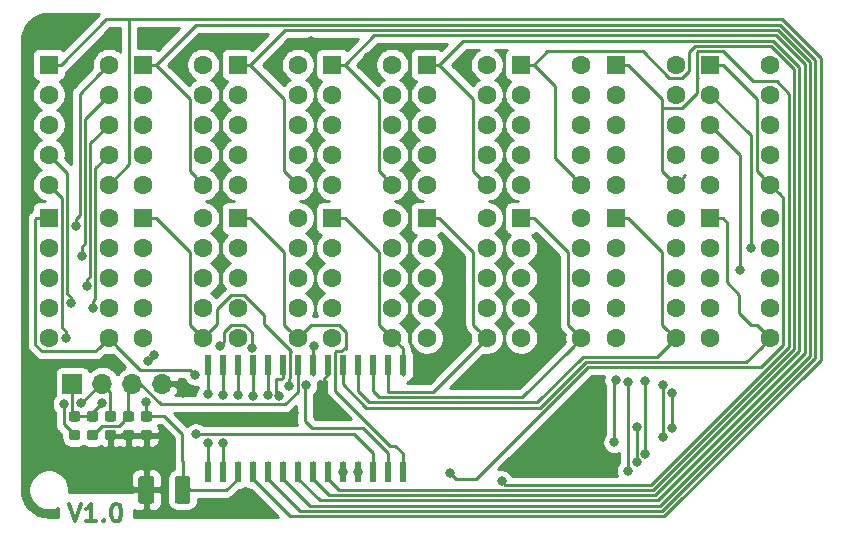
<source format=gbr>
G04 #@! TF.GenerationSoftware,KiCad,Pcbnew,(5.1.0-0)*
G04 #@! TF.CreationDate,2020-06-30T09:10:09+01:00*
G04 #@! TF.ProjectId,Display,44697370-6c61-4792-9e6b-696361645f70,rev?*
G04 #@! TF.SameCoordinates,Original*
G04 #@! TF.FileFunction,Copper,L1,Top*
G04 #@! TF.FilePolarity,Positive*
%FSLAX46Y46*%
G04 Gerber Fmt 4.6, Leading zero omitted, Abs format (unit mm)*
G04 Created by KiCad (PCBNEW (5.1.0-0)) date 2020-06-30 09:10:09*
%MOMM*%
%LPD*%
G04 APERTURE LIST*
%ADD10C,0.300000*%
%ADD11C,1.600000*%
%ADD12R,1.600000X1.600000*%
%ADD13R,0.600000X1.675000*%
%ADD14C,0.100000*%
%ADD15C,0.875000*%
%ADD16R,1.700000X1.700000*%
%ADD17O,1.700000X1.700000*%
%ADD18C,1.325000*%
%ADD19C,0.800000*%
%ADD20C,0.250000*%
%ADD21C,0.254000*%
G04 APERTURE END LIST*
D10*
X175714285Y-99178571D02*
X176214285Y-100678571D01*
X176714285Y-99178571D01*
X178000000Y-100678571D02*
X177142857Y-100678571D01*
X177571428Y-100678571D02*
X177571428Y-99178571D01*
X177428571Y-99392857D01*
X177285714Y-99535714D01*
X177142857Y-99607142D01*
X178642857Y-100535714D02*
X178714285Y-100607142D01*
X178642857Y-100678571D01*
X178571428Y-100607142D01*
X178642857Y-100535714D01*
X178642857Y-100678571D01*
X179642857Y-99178571D02*
X179785714Y-99178571D01*
X179928571Y-99250000D01*
X180000000Y-99321428D01*
X180071428Y-99464285D01*
X180142857Y-99750000D01*
X180142857Y-100107142D01*
X180071428Y-100392857D01*
X180000000Y-100535714D01*
X179928571Y-100607142D01*
X179785714Y-100678571D01*
X179642857Y-100678571D01*
X179500000Y-100607142D01*
X179428571Y-100535714D01*
X179357142Y-100392857D01*
X179285714Y-100107142D01*
X179285714Y-99750000D01*
X179357142Y-99464285D01*
X179428571Y-99321428D01*
X179500000Y-99250000D01*
X179642857Y-99178571D01*
D11*
X187080000Y-75000000D03*
X187080000Y-77540000D03*
X187080000Y-80080000D03*
X187080000Y-82620000D03*
X187080000Y-85160000D03*
X182000000Y-85160000D03*
X182000000Y-82620000D03*
X182000000Y-80080000D03*
X182000000Y-77540000D03*
D12*
X182000000Y-75000000D03*
D13*
X203955000Y-96507500D03*
X203955000Y-87432500D03*
X202685000Y-96507500D03*
X202685000Y-87432500D03*
X201415000Y-96507500D03*
X201415000Y-87432500D03*
X200145000Y-96507500D03*
X200145000Y-87432500D03*
X198875000Y-96507500D03*
X198875000Y-87432500D03*
X197605000Y-96507500D03*
X197605000Y-87432500D03*
X196335000Y-96507500D03*
X196335000Y-87432500D03*
X195065000Y-96507500D03*
X195065000Y-87432500D03*
X193795000Y-96507500D03*
X193795000Y-87432500D03*
X192525000Y-96507500D03*
X192525000Y-87432500D03*
X191255000Y-96507500D03*
X191255000Y-87432500D03*
X189985000Y-96507500D03*
X189985000Y-87432500D03*
X188715000Y-96507500D03*
X188715000Y-87432500D03*
X187445000Y-96507500D03*
X187445000Y-87432500D03*
D14*
G36*
X182545691Y-91348553D02*
G01*
X182566926Y-91351703D01*
X182587750Y-91356919D01*
X182607962Y-91364151D01*
X182627368Y-91373330D01*
X182645781Y-91384366D01*
X182663024Y-91397154D01*
X182678930Y-91411570D01*
X182693346Y-91427476D01*
X182706134Y-91444719D01*
X182717170Y-91463132D01*
X182726349Y-91482538D01*
X182733581Y-91502750D01*
X182738797Y-91523574D01*
X182741947Y-91544809D01*
X182743000Y-91566250D01*
X182743000Y-92003750D01*
X182741947Y-92025191D01*
X182738797Y-92046426D01*
X182733581Y-92067250D01*
X182726349Y-92087462D01*
X182717170Y-92106868D01*
X182706134Y-92125281D01*
X182693346Y-92142524D01*
X182678930Y-92158430D01*
X182663024Y-92172846D01*
X182645781Y-92185634D01*
X182627368Y-92196670D01*
X182607962Y-92205849D01*
X182587750Y-92213081D01*
X182566926Y-92218297D01*
X182545691Y-92221447D01*
X182524250Y-92222500D01*
X182011750Y-92222500D01*
X181990309Y-92221447D01*
X181969074Y-92218297D01*
X181948250Y-92213081D01*
X181928038Y-92205849D01*
X181908632Y-92196670D01*
X181890219Y-92185634D01*
X181872976Y-92172846D01*
X181857070Y-92158430D01*
X181842654Y-92142524D01*
X181829866Y-92125281D01*
X181818830Y-92106868D01*
X181809651Y-92087462D01*
X181802419Y-92067250D01*
X181797203Y-92046426D01*
X181794053Y-92025191D01*
X181793000Y-92003750D01*
X181793000Y-91566250D01*
X181794053Y-91544809D01*
X181797203Y-91523574D01*
X181802419Y-91502750D01*
X181809651Y-91482538D01*
X181818830Y-91463132D01*
X181829866Y-91444719D01*
X181842654Y-91427476D01*
X181857070Y-91411570D01*
X181872976Y-91397154D01*
X181890219Y-91384366D01*
X181908632Y-91373330D01*
X181928038Y-91364151D01*
X181948250Y-91356919D01*
X181969074Y-91351703D01*
X181990309Y-91348553D01*
X182011750Y-91347500D01*
X182524250Y-91347500D01*
X182545691Y-91348553D01*
X182545691Y-91348553D01*
G37*
D15*
X182268000Y-91785000D03*
D14*
G36*
X182545691Y-92923553D02*
G01*
X182566926Y-92926703D01*
X182587750Y-92931919D01*
X182607962Y-92939151D01*
X182627368Y-92948330D01*
X182645781Y-92959366D01*
X182663024Y-92972154D01*
X182678930Y-92986570D01*
X182693346Y-93002476D01*
X182706134Y-93019719D01*
X182717170Y-93038132D01*
X182726349Y-93057538D01*
X182733581Y-93077750D01*
X182738797Y-93098574D01*
X182741947Y-93119809D01*
X182743000Y-93141250D01*
X182743000Y-93578750D01*
X182741947Y-93600191D01*
X182738797Y-93621426D01*
X182733581Y-93642250D01*
X182726349Y-93662462D01*
X182717170Y-93681868D01*
X182706134Y-93700281D01*
X182693346Y-93717524D01*
X182678930Y-93733430D01*
X182663024Y-93747846D01*
X182645781Y-93760634D01*
X182627368Y-93771670D01*
X182607962Y-93780849D01*
X182587750Y-93788081D01*
X182566926Y-93793297D01*
X182545691Y-93796447D01*
X182524250Y-93797500D01*
X182011750Y-93797500D01*
X181990309Y-93796447D01*
X181969074Y-93793297D01*
X181948250Y-93788081D01*
X181928038Y-93780849D01*
X181908632Y-93771670D01*
X181890219Y-93760634D01*
X181872976Y-93747846D01*
X181857070Y-93733430D01*
X181842654Y-93717524D01*
X181829866Y-93700281D01*
X181818830Y-93681868D01*
X181809651Y-93662462D01*
X181802419Y-93642250D01*
X181797203Y-93621426D01*
X181794053Y-93600191D01*
X181793000Y-93578750D01*
X181793000Y-93141250D01*
X181794053Y-93119809D01*
X181797203Y-93098574D01*
X181802419Y-93077750D01*
X181809651Y-93057538D01*
X181818830Y-93038132D01*
X181829866Y-93019719D01*
X181842654Y-93002476D01*
X181857070Y-92986570D01*
X181872976Y-92972154D01*
X181890219Y-92959366D01*
X181908632Y-92948330D01*
X181928038Y-92939151D01*
X181948250Y-92931919D01*
X181969074Y-92926703D01*
X181990309Y-92923553D01*
X182011750Y-92922500D01*
X182524250Y-92922500D01*
X182545691Y-92923553D01*
X182545691Y-92923553D01*
G37*
D15*
X182268000Y-93360000D03*
D14*
G36*
X181023691Y-92923553D02*
G01*
X181044926Y-92926703D01*
X181065750Y-92931919D01*
X181085962Y-92939151D01*
X181105368Y-92948330D01*
X181123781Y-92959366D01*
X181141024Y-92972154D01*
X181156930Y-92986570D01*
X181171346Y-93002476D01*
X181184134Y-93019719D01*
X181195170Y-93038132D01*
X181204349Y-93057538D01*
X181211581Y-93077750D01*
X181216797Y-93098574D01*
X181219947Y-93119809D01*
X181221000Y-93141250D01*
X181221000Y-93578750D01*
X181219947Y-93600191D01*
X181216797Y-93621426D01*
X181211581Y-93642250D01*
X181204349Y-93662462D01*
X181195170Y-93681868D01*
X181184134Y-93700281D01*
X181171346Y-93717524D01*
X181156930Y-93733430D01*
X181141024Y-93747846D01*
X181123781Y-93760634D01*
X181105368Y-93771670D01*
X181085962Y-93780849D01*
X181065750Y-93788081D01*
X181044926Y-93793297D01*
X181023691Y-93796447D01*
X181002250Y-93797500D01*
X180489750Y-93797500D01*
X180468309Y-93796447D01*
X180447074Y-93793297D01*
X180426250Y-93788081D01*
X180406038Y-93780849D01*
X180386632Y-93771670D01*
X180368219Y-93760634D01*
X180350976Y-93747846D01*
X180335070Y-93733430D01*
X180320654Y-93717524D01*
X180307866Y-93700281D01*
X180296830Y-93681868D01*
X180287651Y-93662462D01*
X180280419Y-93642250D01*
X180275203Y-93621426D01*
X180272053Y-93600191D01*
X180271000Y-93578750D01*
X180271000Y-93141250D01*
X180272053Y-93119809D01*
X180275203Y-93098574D01*
X180280419Y-93077750D01*
X180287651Y-93057538D01*
X180296830Y-93038132D01*
X180307866Y-93019719D01*
X180320654Y-93002476D01*
X180335070Y-92986570D01*
X180350976Y-92972154D01*
X180368219Y-92959366D01*
X180386632Y-92948330D01*
X180406038Y-92939151D01*
X180426250Y-92931919D01*
X180447074Y-92926703D01*
X180468309Y-92923553D01*
X180489750Y-92922500D01*
X181002250Y-92922500D01*
X181023691Y-92923553D01*
X181023691Y-92923553D01*
G37*
D15*
X180746000Y-93360000D03*
D14*
G36*
X181023691Y-91348553D02*
G01*
X181044926Y-91351703D01*
X181065750Y-91356919D01*
X181085962Y-91364151D01*
X181105368Y-91373330D01*
X181123781Y-91384366D01*
X181141024Y-91397154D01*
X181156930Y-91411570D01*
X181171346Y-91427476D01*
X181184134Y-91444719D01*
X181195170Y-91463132D01*
X181204349Y-91482538D01*
X181211581Y-91502750D01*
X181216797Y-91523574D01*
X181219947Y-91544809D01*
X181221000Y-91566250D01*
X181221000Y-92003750D01*
X181219947Y-92025191D01*
X181216797Y-92046426D01*
X181211581Y-92067250D01*
X181204349Y-92087462D01*
X181195170Y-92106868D01*
X181184134Y-92125281D01*
X181171346Y-92142524D01*
X181156930Y-92158430D01*
X181141024Y-92172846D01*
X181123781Y-92185634D01*
X181105368Y-92196670D01*
X181085962Y-92205849D01*
X181065750Y-92213081D01*
X181044926Y-92218297D01*
X181023691Y-92221447D01*
X181002250Y-92222500D01*
X180489750Y-92222500D01*
X180468309Y-92221447D01*
X180447074Y-92218297D01*
X180426250Y-92213081D01*
X180406038Y-92205849D01*
X180386632Y-92196670D01*
X180368219Y-92185634D01*
X180350976Y-92172846D01*
X180335070Y-92158430D01*
X180320654Y-92142524D01*
X180307866Y-92125281D01*
X180296830Y-92106868D01*
X180287651Y-92087462D01*
X180280419Y-92067250D01*
X180275203Y-92046426D01*
X180272053Y-92025191D01*
X180271000Y-92003750D01*
X180271000Y-91566250D01*
X180272053Y-91544809D01*
X180275203Y-91523574D01*
X180280419Y-91502750D01*
X180287651Y-91482538D01*
X180296830Y-91463132D01*
X180307866Y-91444719D01*
X180320654Y-91427476D01*
X180335070Y-91411570D01*
X180350976Y-91397154D01*
X180368219Y-91384366D01*
X180386632Y-91373330D01*
X180406038Y-91364151D01*
X180426250Y-91356919D01*
X180447074Y-91351703D01*
X180468309Y-91348553D01*
X180489750Y-91347500D01*
X181002250Y-91347500D01*
X181023691Y-91348553D01*
X181023691Y-91348553D01*
G37*
D15*
X180746000Y-91785000D03*
D14*
G36*
X179501691Y-91348553D02*
G01*
X179522926Y-91351703D01*
X179543750Y-91356919D01*
X179563962Y-91364151D01*
X179583368Y-91373330D01*
X179601781Y-91384366D01*
X179619024Y-91397154D01*
X179634930Y-91411570D01*
X179649346Y-91427476D01*
X179662134Y-91444719D01*
X179673170Y-91463132D01*
X179682349Y-91482538D01*
X179689581Y-91502750D01*
X179694797Y-91523574D01*
X179697947Y-91544809D01*
X179699000Y-91566250D01*
X179699000Y-92003750D01*
X179697947Y-92025191D01*
X179694797Y-92046426D01*
X179689581Y-92067250D01*
X179682349Y-92087462D01*
X179673170Y-92106868D01*
X179662134Y-92125281D01*
X179649346Y-92142524D01*
X179634930Y-92158430D01*
X179619024Y-92172846D01*
X179601781Y-92185634D01*
X179583368Y-92196670D01*
X179563962Y-92205849D01*
X179543750Y-92213081D01*
X179522926Y-92218297D01*
X179501691Y-92221447D01*
X179480250Y-92222500D01*
X178967750Y-92222500D01*
X178946309Y-92221447D01*
X178925074Y-92218297D01*
X178904250Y-92213081D01*
X178884038Y-92205849D01*
X178864632Y-92196670D01*
X178846219Y-92185634D01*
X178828976Y-92172846D01*
X178813070Y-92158430D01*
X178798654Y-92142524D01*
X178785866Y-92125281D01*
X178774830Y-92106868D01*
X178765651Y-92087462D01*
X178758419Y-92067250D01*
X178753203Y-92046426D01*
X178750053Y-92025191D01*
X178749000Y-92003750D01*
X178749000Y-91566250D01*
X178750053Y-91544809D01*
X178753203Y-91523574D01*
X178758419Y-91502750D01*
X178765651Y-91482538D01*
X178774830Y-91463132D01*
X178785866Y-91444719D01*
X178798654Y-91427476D01*
X178813070Y-91411570D01*
X178828976Y-91397154D01*
X178846219Y-91384366D01*
X178864632Y-91373330D01*
X178884038Y-91364151D01*
X178904250Y-91356919D01*
X178925074Y-91351703D01*
X178946309Y-91348553D01*
X178967750Y-91347500D01*
X179480250Y-91347500D01*
X179501691Y-91348553D01*
X179501691Y-91348553D01*
G37*
D15*
X179224000Y-91785000D03*
D14*
G36*
X179501691Y-92923553D02*
G01*
X179522926Y-92926703D01*
X179543750Y-92931919D01*
X179563962Y-92939151D01*
X179583368Y-92948330D01*
X179601781Y-92959366D01*
X179619024Y-92972154D01*
X179634930Y-92986570D01*
X179649346Y-93002476D01*
X179662134Y-93019719D01*
X179673170Y-93038132D01*
X179682349Y-93057538D01*
X179689581Y-93077750D01*
X179694797Y-93098574D01*
X179697947Y-93119809D01*
X179699000Y-93141250D01*
X179699000Y-93578750D01*
X179697947Y-93600191D01*
X179694797Y-93621426D01*
X179689581Y-93642250D01*
X179682349Y-93662462D01*
X179673170Y-93681868D01*
X179662134Y-93700281D01*
X179649346Y-93717524D01*
X179634930Y-93733430D01*
X179619024Y-93747846D01*
X179601781Y-93760634D01*
X179583368Y-93771670D01*
X179563962Y-93780849D01*
X179543750Y-93788081D01*
X179522926Y-93793297D01*
X179501691Y-93796447D01*
X179480250Y-93797500D01*
X178967750Y-93797500D01*
X178946309Y-93796447D01*
X178925074Y-93793297D01*
X178904250Y-93788081D01*
X178884038Y-93780849D01*
X178864632Y-93771670D01*
X178846219Y-93760634D01*
X178828976Y-93747846D01*
X178813070Y-93733430D01*
X178798654Y-93717524D01*
X178785866Y-93700281D01*
X178774830Y-93681868D01*
X178765651Y-93662462D01*
X178758419Y-93642250D01*
X178753203Y-93621426D01*
X178750053Y-93600191D01*
X178749000Y-93578750D01*
X178749000Y-93141250D01*
X178750053Y-93119809D01*
X178753203Y-93098574D01*
X178758419Y-93077750D01*
X178765651Y-93057538D01*
X178774830Y-93038132D01*
X178785866Y-93019719D01*
X178798654Y-93002476D01*
X178813070Y-92986570D01*
X178828976Y-92972154D01*
X178846219Y-92959366D01*
X178864632Y-92948330D01*
X178884038Y-92939151D01*
X178904250Y-92931919D01*
X178925074Y-92926703D01*
X178946309Y-92923553D01*
X178967750Y-92922500D01*
X179480250Y-92922500D01*
X179501691Y-92923553D01*
X179501691Y-92923553D01*
G37*
D15*
X179224000Y-93360000D03*
D16*
X176000000Y-89000000D03*
D17*
X178540000Y-89000000D03*
X181080000Y-89000000D03*
X183620000Y-89000000D03*
D14*
G36*
X177979691Y-92923553D02*
G01*
X178000926Y-92926703D01*
X178021750Y-92931919D01*
X178041962Y-92939151D01*
X178061368Y-92948330D01*
X178079781Y-92959366D01*
X178097024Y-92972154D01*
X178112930Y-92986570D01*
X178127346Y-93002476D01*
X178140134Y-93019719D01*
X178151170Y-93038132D01*
X178160349Y-93057538D01*
X178167581Y-93077750D01*
X178172797Y-93098574D01*
X178175947Y-93119809D01*
X178177000Y-93141250D01*
X178177000Y-93578750D01*
X178175947Y-93600191D01*
X178172797Y-93621426D01*
X178167581Y-93642250D01*
X178160349Y-93662462D01*
X178151170Y-93681868D01*
X178140134Y-93700281D01*
X178127346Y-93717524D01*
X178112930Y-93733430D01*
X178097024Y-93747846D01*
X178079781Y-93760634D01*
X178061368Y-93771670D01*
X178041962Y-93780849D01*
X178021750Y-93788081D01*
X178000926Y-93793297D01*
X177979691Y-93796447D01*
X177958250Y-93797500D01*
X177445750Y-93797500D01*
X177424309Y-93796447D01*
X177403074Y-93793297D01*
X177382250Y-93788081D01*
X177362038Y-93780849D01*
X177342632Y-93771670D01*
X177324219Y-93760634D01*
X177306976Y-93747846D01*
X177291070Y-93733430D01*
X177276654Y-93717524D01*
X177263866Y-93700281D01*
X177252830Y-93681868D01*
X177243651Y-93662462D01*
X177236419Y-93642250D01*
X177231203Y-93621426D01*
X177228053Y-93600191D01*
X177227000Y-93578750D01*
X177227000Y-93141250D01*
X177228053Y-93119809D01*
X177231203Y-93098574D01*
X177236419Y-93077750D01*
X177243651Y-93057538D01*
X177252830Y-93038132D01*
X177263866Y-93019719D01*
X177276654Y-93002476D01*
X177291070Y-92986570D01*
X177306976Y-92972154D01*
X177324219Y-92959366D01*
X177342632Y-92948330D01*
X177362038Y-92939151D01*
X177382250Y-92931919D01*
X177403074Y-92926703D01*
X177424309Y-92923553D01*
X177445750Y-92922500D01*
X177958250Y-92922500D01*
X177979691Y-92923553D01*
X177979691Y-92923553D01*
G37*
D15*
X177702000Y-93360000D03*
D14*
G36*
X177979691Y-91348553D02*
G01*
X178000926Y-91351703D01*
X178021750Y-91356919D01*
X178041962Y-91364151D01*
X178061368Y-91373330D01*
X178079781Y-91384366D01*
X178097024Y-91397154D01*
X178112930Y-91411570D01*
X178127346Y-91427476D01*
X178140134Y-91444719D01*
X178151170Y-91463132D01*
X178160349Y-91482538D01*
X178167581Y-91502750D01*
X178172797Y-91523574D01*
X178175947Y-91544809D01*
X178177000Y-91566250D01*
X178177000Y-92003750D01*
X178175947Y-92025191D01*
X178172797Y-92046426D01*
X178167581Y-92067250D01*
X178160349Y-92087462D01*
X178151170Y-92106868D01*
X178140134Y-92125281D01*
X178127346Y-92142524D01*
X178112930Y-92158430D01*
X178097024Y-92172846D01*
X178079781Y-92185634D01*
X178061368Y-92196670D01*
X178041962Y-92205849D01*
X178021750Y-92213081D01*
X178000926Y-92218297D01*
X177979691Y-92221447D01*
X177958250Y-92222500D01*
X177445750Y-92222500D01*
X177424309Y-92221447D01*
X177403074Y-92218297D01*
X177382250Y-92213081D01*
X177362038Y-92205849D01*
X177342632Y-92196670D01*
X177324219Y-92185634D01*
X177306976Y-92172846D01*
X177291070Y-92158430D01*
X177276654Y-92142524D01*
X177263866Y-92125281D01*
X177252830Y-92106868D01*
X177243651Y-92087462D01*
X177236419Y-92067250D01*
X177231203Y-92046426D01*
X177228053Y-92025191D01*
X177227000Y-92003750D01*
X177227000Y-91566250D01*
X177228053Y-91544809D01*
X177231203Y-91523574D01*
X177236419Y-91502750D01*
X177243651Y-91482538D01*
X177252830Y-91463132D01*
X177263866Y-91444719D01*
X177276654Y-91427476D01*
X177291070Y-91411570D01*
X177306976Y-91397154D01*
X177324219Y-91384366D01*
X177342632Y-91373330D01*
X177362038Y-91364151D01*
X177382250Y-91356919D01*
X177403074Y-91351703D01*
X177424309Y-91348553D01*
X177445750Y-91347500D01*
X177958250Y-91347500D01*
X177979691Y-91348553D01*
X177979691Y-91348553D01*
G37*
D15*
X177702000Y-91785000D03*
D14*
G36*
X176457691Y-91348553D02*
G01*
X176478926Y-91351703D01*
X176499750Y-91356919D01*
X176519962Y-91364151D01*
X176539368Y-91373330D01*
X176557781Y-91384366D01*
X176575024Y-91397154D01*
X176590930Y-91411570D01*
X176605346Y-91427476D01*
X176618134Y-91444719D01*
X176629170Y-91463132D01*
X176638349Y-91482538D01*
X176645581Y-91502750D01*
X176650797Y-91523574D01*
X176653947Y-91544809D01*
X176655000Y-91566250D01*
X176655000Y-92003750D01*
X176653947Y-92025191D01*
X176650797Y-92046426D01*
X176645581Y-92067250D01*
X176638349Y-92087462D01*
X176629170Y-92106868D01*
X176618134Y-92125281D01*
X176605346Y-92142524D01*
X176590930Y-92158430D01*
X176575024Y-92172846D01*
X176557781Y-92185634D01*
X176539368Y-92196670D01*
X176519962Y-92205849D01*
X176499750Y-92213081D01*
X176478926Y-92218297D01*
X176457691Y-92221447D01*
X176436250Y-92222500D01*
X175923750Y-92222500D01*
X175902309Y-92221447D01*
X175881074Y-92218297D01*
X175860250Y-92213081D01*
X175840038Y-92205849D01*
X175820632Y-92196670D01*
X175802219Y-92185634D01*
X175784976Y-92172846D01*
X175769070Y-92158430D01*
X175754654Y-92142524D01*
X175741866Y-92125281D01*
X175730830Y-92106868D01*
X175721651Y-92087462D01*
X175714419Y-92067250D01*
X175709203Y-92046426D01*
X175706053Y-92025191D01*
X175705000Y-92003750D01*
X175705000Y-91566250D01*
X175706053Y-91544809D01*
X175709203Y-91523574D01*
X175714419Y-91502750D01*
X175721651Y-91482538D01*
X175730830Y-91463132D01*
X175741866Y-91444719D01*
X175754654Y-91427476D01*
X175769070Y-91411570D01*
X175784976Y-91397154D01*
X175802219Y-91384366D01*
X175820632Y-91373330D01*
X175840038Y-91364151D01*
X175860250Y-91356919D01*
X175881074Y-91351703D01*
X175902309Y-91348553D01*
X175923750Y-91347500D01*
X176436250Y-91347500D01*
X176457691Y-91348553D01*
X176457691Y-91348553D01*
G37*
D15*
X176180000Y-91785000D03*
D14*
G36*
X176457691Y-92923553D02*
G01*
X176478926Y-92926703D01*
X176499750Y-92931919D01*
X176519962Y-92939151D01*
X176539368Y-92948330D01*
X176557781Y-92959366D01*
X176575024Y-92972154D01*
X176590930Y-92986570D01*
X176605346Y-93002476D01*
X176618134Y-93019719D01*
X176629170Y-93038132D01*
X176638349Y-93057538D01*
X176645581Y-93077750D01*
X176650797Y-93098574D01*
X176653947Y-93119809D01*
X176655000Y-93141250D01*
X176655000Y-93578750D01*
X176653947Y-93600191D01*
X176650797Y-93621426D01*
X176645581Y-93642250D01*
X176638349Y-93662462D01*
X176629170Y-93681868D01*
X176618134Y-93700281D01*
X176605346Y-93717524D01*
X176590930Y-93733430D01*
X176575024Y-93747846D01*
X176557781Y-93760634D01*
X176539368Y-93771670D01*
X176519962Y-93780849D01*
X176499750Y-93788081D01*
X176478926Y-93793297D01*
X176457691Y-93796447D01*
X176436250Y-93797500D01*
X175923750Y-93797500D01*
X175902309Y-93796447D01*
X175881074Y-93793297D01*
X175860250Y-93788081D01*
X175840038Y-93780849D01*
X175820632Y-93771670D01*
X175802219Y-93760634D01*
X175784976Y-93747846D01*
X175769070Y-93733430D01*
X175754654Y-93717524D01*
X175741866Y-93700281D01*
X175730830Y-93681868D01*
X175721651Y-93662462D01*
X175714419Y-93642250D01*
X175709203Y-93621426D01*
X175706053Y-93600191D01*
X175705000Y-93578750D01*
X175705000Y-93141250D01*
X175706053Y-93119809D01*
X175709203Y-93098574D01*
X175714419Y-93077750D01*
X175721651Y-93057538D01*
X175730830Y-93038132D01*
X175741866Y-93019719D01*
X175754654Y-93002476D01*
X175769070Y-92986570D01*
X175784976Y-92972154D01*
X175802219Y-92959366D01*
X175820632Y-92948330D01*
X175840038Y-92939151D01*
X175860250Y-92931919D01*
X175881074Y-92926703D01*
X175902309Y-92923553D01*
X175923750Y-92922500D01*
X176436250Y-92922500D01*
X176457691Y-92923553D01*
X176457691Y-92923553D01*
G37*
D15*
X176180000Y-93360000D03*
D12*
X174000000Y-62000000D03*
D11*
X174000000Y-64540000D03*
X174000000Y-67080000D03*
X174000000Y-69620000D03*
X174000000Y-72160000D03*
X179080000Y-72160000D03*
X179080000Y-69620000D03*
X179080000Y-67080000D03*
X179080000Y-64540000D03*
X179080000Y-62000000D03*
X187080000Y-62000000D03*
X187080000Y-64540000D03*
X187080000Y-67080000D03*
X187080000Y-69620000D03*
X187080000Y-72160000D03*
X182000000Y-72160000D03*
X182000000Y-69620000D03*
X182000000Y-67080000D03*
X182000000Y-64540000D03*
D12*
X182000000Y-62000000D03*
X190000000Y-62000000D03*
D11*
X190000000Y-64540000D03*
X190000000Y-67080000D03*
X190000000Y-69620000D03*
X190000000Y-72160000D03*
X195080000Y-72160000D03*
X195080000Y-69620000D03*
X195080000Y-67080000D03*
X195080000Y-64540000D03*
X195080000Y-62000000D03*
X203080000Y-62000000D03*
X203080000Y-64540000D03*
X203080000Y-67080000D03*
X203080000Y-69620000D03*
X203080000Y-72160000D03*
X198000000Y-72160000D03*
X198000000Y-69620000D03*
X198000000Y-67080000D03*
X198000000Y-64540000D03*
D12*
X198000000Y-62000000D03*
X206000000Y-62000000D03*
D11*
X206000000Y-64540000D03*
X206000000Y-67080000D03*
X206000000Y-69620000D03*
X206000000Y-72160000D03*
X211080000Y-72160000D03*
X211080000Y-69620000D03*
X211080000Y-67080000D03*
X211080000Y-64540000D03*
X211080000Y-62000000D03*
X219080000Y-62000000D03*
X219080000Y-64540000D03*
X219080000Y-67080000D03*
X219080000Y-69620000D03*
X219080000Y-72160000D03*
X214000000Y-72160000D03*
X214000000Y-69620000D03*
X214000000Y-67080000D03*
X214000000Y-64540000D03*
D12*
X214000000Y-62000000D03*
X222000000Y-62000000D03*
D11*
X222000000Y-64540000D03*
X222000000Y-67080000D03*
X222000000Y-69620000D03*
X222000000Y-72160000D03*
X227080000Y-72160000D03*
X227080000Y-69620000D03*
X227080000Y-67080000D03*
X227080000Y-64540000D03*
X227080000Y-62000000D03*
X235080000Y-62000000D03*
X235080000Y-64540000D03*
X235080000Y-67080000D03*
X235080000Y-69620000D03*
X235080000Y-72160000D03*
X230000000Y-72160000D03*
X230000000Y-69620000D03*
X230000000Y-67080000D03*
X230000000Y-64540000D03*
D12*
X230000000Y-62000000D03*
X174000000Y-75000000D03*
D11*
X174000000Y-77540000D03*
X174000000Y-80080000D03*
X174000000Y-82620000D03*
X174000000Y-85160000D03*
X179080000Y-85160000D03*
X179080000Y-82620000D03*
X179080000Y-80080000D03*
X179080000Y-77540000D03*
X179080000Y-75000000D03*
D12*
X190000000Y-75000000D03*
D11*
X190000000Y-77540000D03*
X190000000Y-80080000D03*
X190000000Y-82620000D03*
X190000000Y-85160000D03*
X195080000Y-85160000D03*
X195080000Y-82620000D03*
X195080000Y-80080000D03*
X195080000Y-77540000D03*
X195080000Y-75000000D03*
X203080000Y-75000000D03*
X203080000Y-77540000D03*
X203080000Y-80080000D03*
X203080000Y-82620000D03*
X203080000Y-85160000D03*
X198000000Y-85160000D03*
X198000000Y-82620000D03*
X198000000Y-80080000D03*
X198000000Y-77540000D03*
D12*
X198000000Y-75000000D03*
X206000000Y-75000000D03*
D11*
X206000000Y-77540000D03*
X206000000Y-80080000D03*
X206000000Y-82620000D03*
X206000000Y-85160000D03*
X211080000Y-85160000D03*
X211080000Y-82620000D03*
X211080000Y-80080000D03*
X211080000Y-77540000D03*
X211080000Y-75000000D03*
X219080000Y-75000000D03*
X219080000Y-77540000D03*
X219080000Y-80080000D03*
X219080000Y-82620000D03*
X219080000Y-85160000D03*
X214000000Y-85160000D03*
X214000000Y-82620000D03*
X214000000Y-80080000D03*
X214000000Y-77540000D03*
D12*
X214000000Y-75000000D03*
X222000000Y-75000000D03*
D11*
X222000000Y-77540000D03*
X222000000Y-80080000D03*
X222000000Y-82620000D03*
X222000000Y-85160000D03*
X227080000Y-85160000D03*
X227080000Y-82620000D03*
X227080000Y-80080000D03*
X227080000Y-77540000D03*
X227080000Y-75000000D03*
X235080000Y-75000000D03*
X235080000Y-77540000D03*
X235080000Y-80080000D03*
X235080000Y-82620000D03*
X235080000Y-85160000D03*
X230000000Y-85160000D03*
X230000000Y-82620000D03*
X230000000Y-80080000D03*
X230000000Y-77540000D03*
D12*
X230000000Y-75000000D03*
D14*
G36*
X185764505Y-96826204D02*
G01*
X185788773Y-96829804D01*
X185812572Y-96835765D01*
X185835671Y-96844030D01*
X185857850Y-96854520D01*
X185878893Y-96867132D01*
X185898599Y-96881747D01*
X185916777Y-96898223D01*
X185933253Y-96916401D01*
X185947868Y-96936107D01*
X185960480Y-96957150D01*
X185970970Y-96979329D01*
X185979235Y-97002428D01*
X185985196Y-97026227D01*
X185988796Y-97050495D01*
X185990000Y-97074999D01*
X185990000Y-98925001D01*
X185988796Y-98949505D01*
X185985196Y-98973773D01*
X185979235Y-98997572D01*
X185970970Y-99020671D01*
X185960480Y-99042850D01*
X185947868Y-99063893D01*
X185933253Y-99083599D01*
X185916777Y-99101777D01*
X185898599Y-99118253D01*
X185878893Y-99132868D01*
X185857850Y-99145480D01*
X185835671Y-99155970D01*
X185812572Y-99164235D01*
X185788773Y-99170196D01*
X185764505Y-99173796D01*
X185740001Y-99175000D01*
X184914999Y-99175000D01*
X184890495Y-99173796D01*
X184866227Y-99170196D01*
X184842428Y-99164235D01*
X184819329Y-99155970D01*
X184797150Y-99145480D01*
X184776107Y-99132868D01*
X184756401Y-99118253D01*
X184738223Y-99101777D01*
X184721747Y-99083599D01*
X184707132Y-99063893D01*
X184694520Y-99042850D01*
X184684030Y-99020671D01*
X184675765Y-98997572D01*
X184669804Y-98973773D01*
X184666204Y-98949505D01*
X184665000Y-98925001D01*
X184665000Y-97074999D01*
X184666204Y-97050495D01*
X184669804Y-97026227D01*
X184675765Y-97002428D01*
X184684030Y-96979329D01*
X184694520Y-96957150D01*
X184707132Y-96936107D01*
X184721747Y-96916401D01*
X184738223Y-96898223D01*
X184756401Y-96881747D01*
X184776107Y-96867132D01*
X184797150Y-96854520D01*
X184819329Y-96844030D01*
X184842428Y-96835765D01*
X184866227Y-96829804D01*
X184890495Y-96826204D01*
X184914999Y-96825000D01*
X185740001Y-96825000D01*
X185764505Y-96826204D01*
X185764505Y-96826204D01*
G37*
D18*
X185327500Y-98000000D03*
D14*
G36*
X182689505Y-96826204D02*
G01*
X182713773Y-96829804D01*
X182737572Y-96835765D01*
X182760671Y-96844030D01*
X182782850Y-96854520D01*
X182803893Y-96867132D01*
X182823599Y-96881747D01*
X182841777Y-96898223D01*
X182858253Y-96916401D01*
X182872868Y-96936107D01*
X182885480Y-96957150D01*
X182895970Y-96979329D01*
X182904235Y-97002428D01*
X182910196Y-97026227D01*
X182913796Y-97050495D01*
X182915000Y-97074999D01*
X182915000Y-98925001D01*
X182913796Y-98949505D01*
X182910196Y-98973773D01*
X182904235Y-98997572D01*
X182895970Y-99020671D01*
X182885480Y-99042850D01*
X182872868Y-99063893D01*
X182858253Y-99083599D01*
X182841777Y-99101777D01*
X182823599Y-99118253D01*
X182803893Y-99132868D01*
X182782850Y-99145480D01*
X182760671Y-99155970D01*
X182737572Y-99164235D01*
X182713773Y-99170196D01*
X182689505Y-99173796D01*
X182665001Y-99175000D01*
X181839999Y-99175000D01*
X181815495Y-99173796D01*
X181791227Y-99170196D01*
X181767428Y-99164235D01*
X181744329Y-99155970D01*
X181722150Y-99145480D01*
X181701107Y-99132868D01*
X181681401Y-99118253D01*
X181663223Y-99101777D01*
X181646747Y-99083599D01*
X181632132Y-99063893D01*
X181619520Y-99042850D01*
X181609030Y-99020671D01*
X181600765Y-98997572D01*
X181594804Y-98973773D01*
X181591204Y-98949505D01*
X181590000Y-98925001D01*
X181590000Y-97074999D01*
X181591204Y-97050495D01*
X181594804Y-97026227D01*
X181600765Y-97002428D01*
X181609030Y-96979329D01*
X181619520Y-96957150D01*
X181632132Y-96936107D01*
X181646747Y-96916401D01*
X181663223Y-96898223D01*
X181681401Y-96881747D01*
X181701107Y-96867132D01*
X181722150Y-96854520D01*
X181744329Y-96844030D01*
X181767428Y-96835765D01*
X181791227Y-96829804D01*
X181815495Y-96826204D01*
X181839999Y-96825000D01*
X182665001Y-96825000D01*
X182689505Y-96826204D01*
X182689505Y-96826204D01*
G37*
D18*
X182252500Y-98000000D03*
D19*
X178499000Y-90630000D03*
X182220000Y-90560000D03*
X183610000Y-94350000D03*
X185330000Y-89800000D03*
X185330000Y-91800000D03*
X194790000Y-91490000D03*
X197300000Y-91320000D03*
X221060000Y-96610000D03*
X212210000Y-88400000D03*
X206180000Y-87740000D03*
X182810000Y-59810000D03*
X179630000Y-59560000D03*
X187650000Y-59860000D03*
X196170000Y-60000000D03*
X201030000Y-61370000D03*
X209000000Y-61800000D03*
X175275000Y-90750000D03*
X176725000Y-90660000D03*
X182360000Y-87099999D03*
X196460000Y-85860000D03*
X191180000Y-85994998D03*
X188486616Y-85837394D03*
X182899999Y-86560000D03*
X187440000Y-89920000D03*
X223798487Y-95665000D03*
X223775000Y-92700031D03*
X233414998Y-77540000D03*
X187450000Y-94050000D03*
X232545011Y-79390001D03*
X188710000Y-89940000D03*
X226791519Y-92757535D03*
X226754913Y-89764137D03*
X175850001Y-82220000D03*
X190000000Y-90000000D03*
X175430000Y-85140000D03*
X188710000Y-94040000D03*
X221890000Y-93960000D03*
X222000000Y-88710000D03*
X177730000Y-82620000D03*
X191250000Y-90030000D03*
X225989032Y-93490000D03*
X225990000Y-89120000D03*
X177229999Y-80769999D03*
X192530000Y-89970000D03*
X224517719Y-94940000D03*
X224520000Y-88810000D03*
X176779989Y-78229999D03*
X223050000Y-88880000D03*
X223060000Y-96390000D03*
X176329979Y-75689999D03*
X193528200Y-90030001D03*
X212330000Y-97280020D03*
X198875000Y-96507500D03*
X207960000Y-96555020D03*
X200145000Y-96507500D03*
X186455001Y-93314999D03*
X186390000Y-88250000D03*
X195790000Y-89120000D03*
X194340000Y-89220000D03*
D20*
X185319999Y-93314999D02*
X183790000Y-91785000D01*
X176000000Y-91605000D02*
X176180000Y-91785000D01*
X176000000Y-89000000D02*
X176000000Y-91605000D01*
X176180000Y-91785000D02*
X177702000Y-91785000D01*
X182268000Y-91785000D02*
X183790000Y-91785000D01*
X177702000Y-91427000D02*
X178499000Y-90630000D01*
X177702000Y-91785000D02*
X177702000Y-91427000D01*
X182220000Y-91737000D02*
X182268000Y-91785000D01*
X182220000Y-90560000D02*
X182220000Y-91737000D01*
X189985000Y-95680000D02*
X189985000Y-96480000D01*
X185319999Y-95540001D02*
X185319999Y-93314999D01*
X185327500Y-95547502D02*
X185327500Y-98000000D01*
X185319999Y-95540001D02*
X185327500Y-95547502D01*
X189985000Y-97045000D02*
X189985000Y-96507500D01*
X189030000Y-98000000D02*
X189985000Y-97045000D01*
X185327500Y-98000000D02*
X189030000Y-98000000D01*
X183790000Y-93360000D02*
X182268000Y-93360000D01*
X182268000Y-93360000D02*
X180746000Y-93360000D01*
X180746000Y-93360000D02*
X179224000Y-93360000D01*
X183610000Y-93540000D02*
X183790000Y-93360000D01*
X183610000Y-94350000D02*
X183610000Y-93540000D01*
X184530000Y-89000000D02*
X185330000Y-89800000D01*
X183620000Y-89000000D02*
X184530000Y-89000000D01*
X194480000Y-91800000D02*
X194790000Y-91490000D01*
X185330000Y-91800000D02*
X194480000Y-91800000D01*
X197300000Y-88565000D02*
X197605000Y-88260000D01*
X197300000Y-91320000D02*
X197300000Y-88565000D01*
X180746000Y-89334000D02*
X181080000Y-89000000D01*
X180746000Y-91785000D02*
X180746000Y-89334000D01*
X180284388Y-92246612D02*
X180746000Y-91785000D01*
X179933510Y-92597490D02*
X180284388Y-92246612D01*
X178464510Y-92597490D02*
X179933510Y-92597490D01*
X177702000Y-93360000D02*
X178464510Y-92597490D01*
X183488003Y-90755001D02*
X181733002Y-89000000D01*
X194008001Y-90755001D02*
X183488003Y-90755001D01*
X195065000Y-89698002D02*
X194008001Y-90755001D01*
X181733002Y-89000000D02*
X181080000Y-89000000D01*
X195065000Y-88260000D02*
X195065000Y-89698002D01*
X179224000Y-89684000D02*
X178540000Y-89000000D01*
X179224000Y-91785000D02*
X179224000Y-89684000D01*
X175275000Y-92455000D02*
X175275000Y-90750000D01*
X176180000Y-93360000D02*
X175275000Y-92455000D01*
X178385000Y-89000000D02*
X178540000Y-89000000D01*
X176725000Y-90660000D02*
X178385000Y-89000000D01*
X196335000Y-86839832D02*
X196403494Y-86771338D01*
X196335000Y-88260000D02*
X196335000Y-86839832D01*
X182724988Y-86735011D02*
X182360000Y-87099999D01*
X182899999Y-86560000D02*
X182724988Y-86735011D01*
X196335000Y-85985000D02*
X196460000Y-85860000D01*
X196335000Y-87432500D02*
X196335000Y-85985000D01*
X189459999Y-84034999D02*
X188874999Y-84619999D01*
X190540001Y-84034999D02*
X189459999Y-84034999D01*
X191180000Y-84674998D02*
X190540001Y-84034999D01*
X188874999Y-84619999D02*
X188874999Y-85365001D01*
X191180000Y-85994998D02*
X191180000Y-84674998D01*
X188874999Y-85449011D02*
X188486616Y-85837394D01*
X188874999Y-85365001D02*
X188874999Y-85449011D01*
X178875060Y-58174940D02*
X175050000Y-62000000D01*
X175050000Y-62000000D02*
X174000000Y-62000000D01*
X191255000Y-95680000D02*
X191255000Y-96480000D01*
X180810000Y-58299880D02*
X180685060Y-58174940D01*
X180810000Y-70430000D02*
X180810000Y-58299880D01*
X180685060Y-58174940D02*
X178875060Y-58174940D01*
X179080000Y-72160000D02*
X180810000Y-70430000D01*
X191255000Y-97045000D02*
X191255000Y-96507500D01*
X194465065Y-100255065D02*
X191255000Y-97045000D01*
X236101992Y-58174940D02*
X239355066Y-61428014D01*
X239355066Y-61428014D02*
X239355067Y-87004797D01*
X226104807Y-100255065D02*
X194465065Y-100255065D01*
X239355067Y-87004797D02*
X226104807Y-100255065D01*
X180685060Y-58174940D02*
X236101992Y-58174940D01*
X187445000Y-89915000D02*
X187440000Y-89920000D01*
X187445000Y-88260000D02*
X187445000Y-89915000D01*
X223775000Y-95641513D02*
X223798487Y-95665000D01*
X223775000Y-92700031D02*
X223775000Y-95641513D01*
X233414998Y-67954998D02*
X230000000Y-64540000D01*
X233414998Y-77540000D02*
X233414998Y-67954998D01*
X187445000Y-94055000D02*
X187450000Y-94050000D01*
X187445000Y-95680000D02*
X187445000Y-94055000D01*
X232545011Y-69625011D02*
X230000000Y-67080000D01*
X232545011Y-79390001D02*
X232545011Y-69625011D01*
X188715000Y-89935000D02*
X188710000Y-89940000D01*
X188715000Y-88260000D02*
X188715000Y-89935000D01*
X226754913Y-92720929D02*
X226791519Y-92757535D01*
X226754913Y-89764137D02*
X226754913Y-92720929D01*
X175575011Y-71195011D02*
X174799999Y-70419999D01*
X174799999Y-70419999D02*
X174000000Y-69620000D01*
X175575011Y-81379325D02*
X175575011Y-71195011D01*
X175850001Y-81654315D02*
X175575011Y-81379325D01*
X175850001Y-82220000D02*
X175850001Y-81654315D01*
X190000000Y-88275000D02*
X189985000Y-88260000D01*
X190000000Y-90000000D02*
X190000000Y-88275000D01*
X175125001Y-73285001D02*
X174000000Y-72160000D01*
X175125001Y-84269316D02*
X175125001Y-73285001D01*
X175430000Y-84574315D02*
X175125001Y-84269316D01*
X175430000Y-85140000D02*
X175430000Y-84574315D01*
X188715000Y-94045000D02*
X188710000Y-94040000D01*
X188715000Y-95680000D02*
X188715000Y-94045000D01*
X221890000Y-88820000D02*
X222000000Y-88710000D01*
X221890000Y-93960000D02*
X221890000Y-88820000D01*
X177730000Y-82054315D02*
X177954999Y-81829316D01*
X177730000Y-82620000D02*
X177730000Y-82054315D01*
X177954999Y-70745001D02*
X179080000Y-69620000D01*
X177954999Y-81829316D02*
X177954999Y-70745001D01*
X191255000Y-90025000D02*
X191250000Y-90030000D01*
X191255000Y-88260000D02*
X191255000Y-90025000D01*
X225990000Y-93489032D02*
X225989032Y-93490000D01*
X225990000Y-89120000D02*
X225990000Y-93489032D01*
X177504989Y-68655011D02*
X179080000Y-67080000D01*
X177504989Y-79929324D02*
X177504989Y-68655011D01*
X177229999Y-80204314D02*
X177504989Y-79929324D01*
X177229999Y-80769999D02*
X177229999Y-80204314D01*
X192525000Y-89965000D02*
X192530000Y-89970000D01*
X192525000Y-88260000D02*
X192525000Y-89965000D01*
X224520000Y-94937719D02*
X224517719Y-94940000D01*
X224520000Y-88810000D02*
X224520000Y-94937719D01*
X177054979Y-77145021D02*
X177054979Y-66565021D01*
X177054979Y-66565021D02*
X179080000Y-64540000D01*
X176779989Y-77420011D02*
X177054979Y-77145021D01*
X176779989Y-78229999D02*
X176779989Y-77420011D01*
X223050000Y-96380000D02*
X223060000Y-96390000D01*
X223050000Y-88880000D02*
X223050000Y-96380000D01*
X176329979Y-75689999D02*
X176329979Y-75034990D01*
X178280001Y-62799999D02*
X179080000Y-62000000D01*
X176604969Y-64475031D02*
X178280001Y-62799999D01*
X176604969Y-74760000D02*
X176604969Y-64475031D01*
X176329979Y-75034990D02*
X176604969Y-74760000D01*
X193795000Y-88520000D02*
X193695000Y-88620000D01*
X193795000Y-87432500D02*
X193795000Y-88520000D01*
X193695000Y-88620000D02*
X193230000Y-88620000D01*
X193230000Y-89731801D02*
X193528200Y-90030001D01*
X193230000Y-88620000D02*
X193230000Y-89731801D01*
X185954999Y-71034999D02*
X186280001Y-71360001D01*
X183050000Y-62000000D02*
X185954999Y-64904999D01*
X186280001Y-71360001D02*
X187080000Y-72160000D01*
X185954999Y-64904999D02*
X185954999Y-71034999D01*
X183050000Y-62000000D02*
X182000000Y-62000000D01*
X192525000Y-95680000D02*
X192525000Y-96480000D01*
X192525000Y-97045000D02*
X192525000Y-96507500D01*
X195285057Y-99805057D02*
X192525000Y-97045000D01*
X225918406Y-99805056D02*
X195285057Y-99805057D01*
X238905058Y-86818398D02*
X225918406Y-99805056D01*
X186425050Y-58624950D02*
X235915592Y-58624950D01*
X235915592Y-58624950D02*
X238905057Y-61614415D01*
X238905057Y-61614415D02*
X238905058Y-86818398D01*
X183050000Y-62000000D02*
X186425050Y-58624950D01*
X193954999Y-71034999D02*
X194280001Y-71360001D01*
X194280001Y-71360001D02*
X195080000Y-72160000D01*
X193954999Y-64904999D02*
X193954999Y-71034999D01*
X191050000Y-62000000D02*
X193954999Y-64904999D01*
X191050000Y-62000000D02*
X190000000Y-62000000D01*
X193795000Y-95680000D02*
X193795000Y-96480000D01*
X196105048Y-99355048D02*
X193795000Y-97045000D01*
X225732005Y-99355047D02*
X196105048Y-99355048D01*
X238455048Y-61800816D02*
X238455049Y-86631999D01*
X235729192Y-59074960D02*
X238455048Y-61800816D01*
X193795000Y-97045000D02*
X193795000Y-96507500D01*
X238455049Y-86631999D02*
X225732005Y-99355047D01*
X193975040Y-59074960D02*
X235729192Y-59074960D01*
X191050000Y-62000000D02*
X193975040Y-59074960D01*
X202280001Y-71360001D02*
X203080000Y-72160000D01*
X201954999Y-64904999D02*
X201954999Y-71034999D01*
X199050000Y-62000000D02*
X201954999Y-64904999D01*
X201954999Y-71034999D02*
X202280001Y-71360001D01*
X199050000Y-62000000D02*
X198000000Y-62000000D01*
X195065000Y-95680000D02*
X195065000Y-96480000D01*
X225545604Y-98905038D02*
X196925038Y-98905038D01*
X238005040Y-86445600D02*
X225545604Y-98905038D01*
X235542792Y-59524970D02*
X238005039Y-61987217D01*
X196925038Y-98905038D02*
X195065000Y-97045000D01*
X238005039Y-61987217D02*
X238005040Y-86445600D01*
X195065000Y-97045000D02*
X195065000Y-96507500D01*
X201525030Y-59524970D02*
X235542792Y-59524970D01*
X199050000Y-62000000D02*
X201525030Y-59524970D01*
X210280001Y-71360001D02*
X211080000Y-72160000D01*
X209954999Y-71034999D02*
X210280001Y-71360001D01*
X207050000Y-62000000D02*
X209954999Y-64904999D01*
X209954999Y-64904999D02*
X209954999Y-71034999D01*
X207050000Y-62000000D02*
X206000000Y-62000000D01*
X196335000Y-95680000D02*
X196335000Y-96480000D01*
X196335000Y-97045000D02*
X196335000Y-96507500D01*
X197745029Y-98455029D02*
X196335000Y-97045000D01*
X225359203Y-98455029D02*
X197745029Y-98455029D01*
X237555031Y-86259201D02*
X225359203Y-98455029D01*
X237555030Y-62173618D02*
X237555031Y-86259201D01*
X209075020Y-59974980D02*
X235356392Y-59974980D01*
X235356392Y-59974980D02*
X237555030Y-62173618D01*
X207050000Y-62000000D02*
X209075020Y-59974980D01*
X218280001Y-71360001D02*
X219080000Y-72160000D01*
X216860000Y-63810000D02*
X216860000Y-69940000D01*
X216860000Y-69940000D02*
X218280001Y-71360001D01*
X215050000Y-62000000D02*
X216860000Y-63810000D01*
X215050000Y-62000000D02*
X214000000Y-62000000D01*
X197605000Y-95680000D02*
X197605000Y-96480000D01*
X198565020Y-98005020D02*
X197605000Y-97045000D01*
X225172802Y-98005020D02*
X198565020Y-98005020D01*
X237105021Y-86072801D02*
X225172802Y-98005020D01*
X228753598Y-60424990D02*
X235169992Y-60424990D01*
X235169992Y-60424990D02*
X237105021Y-62360019D01*
X216175001Y-60874999D02*
X224289997Y-60874999D01*
X227620001Y-63125001D02*
X228205001Y-62540001D01*
X228205001Y-60973587D02*
X228753598Y-60424990D01*
X197605000Y-97045000D02*
X197605000Y-96507500D01*
X224289997Y-60874999D02*
X226539999Y-63125001D01*
X228205001Y-62540001D02*
X228205001Y-60973587D01*
X226539999Y-63125001D02*
X227620001Y-63125001D01*
X237105021Y-62360019D02*
X237105021Y-86072801D01*
X215050000Y-62000000D02*
X216175001Y-60874999D01*
X225954999Y-71034999D02*
X226280001Y-71360001D01*
X223050000Y-62000000D02*
X225954999Y-64904999D01*
X226280001Y-71360001D02*
X227080000Y-72160000D01*
X222000000Y-62000000D02*
X223050000Y-62000000D01*
X227879999Y-71360001D02*
X227080000Y-72160000D01*
X228874999Y-63060001D02*
X228939999Y-63125001D01*
X228874999Y-60939999D02*
X228874999Y-63060001D01*
X228939999Y-60874999D02*
X228874999Y-60939999D01*
X233600001Y-63414999D02*
X231060001Y-60874999D01*
X231060001Y-60874999D02*
X228939999Y-60874999D01*
X235620001Y-63414999D02*
X233600001Y-63414999D01*
X236655011Y-85886401D02*
X236655011Y-64450009D01*
X224986401Y-97555011D02*
X236655011Y-85886401D01*
X236655011Y-64450009D02*
X235620001Y-63414999D01*
X198875000Y-95680000D02*
X198875000Y-96480000D01*
X227600001Y-65685001D02*
X225954999Y-65685001D01*
X228874999Y-64410003D02*
X227600001Y-65685001D01*
X228874999Y-63060001D02*
X228874999Y-64410003D01*
X225954999Y-65685001D02*
X225954999Y-71034999D01*
X225954999Y-64904999D02*
X225954999Y-65685001D01*
X212604991Y-97555011D02*
X212330000Y-97280020D01*
X224986401Y-97555011D02*
X212604991Y-97555011D01*
X234280001Y-71360001D02*
X235080000Y-72160000D01*
X233954999Y-71034999D02*
X234280001Y-71360001D01*
X233954999Y-64904999D02*
X233954999Y-71034999D01*
X231050000Y-62000000D02*
X233954999Y-64904999D01*
X230000000Y-62000000D02*
X231050000Y-62000000D01*
X236205001Y-73285001D02*
X235879999Y-72959999D01*
X235879999Y-72959999D02*
X235080000Y-72160000D01*
X219646390Y-87620020D02*
X234284982Y-87620020D01*
X210161409Y-97105001D02*
X219646390Y-87620020D01*
X236205001Y-85700001D02*
X236205001Y-73285001D01*
X234284982Y-87620020D02*
X236205001Y-85700001D01*
X200145000Y-95680000D02*
X200145000Y-96480000D01*
X208509981Y-97105001D02*
X207960000Y-96555020D01*
X210161409Y-97105001D02*
X208509981Y-97105001D01*
X201415000Y-95680000D02*
X201415000Y-94880000D01*
X177954999Y-86285001D02*
X178280001Y-85959999D01*
X172874999Y-85700001D02*
X173459999Y-86285001D01*
X172874999Y-75075001D02*
X172874999Y-85700001D01*
X178280001Y-85959999D02*
X179080000Y-85160000D01*
X172950000Y-75000000D02*
X172874999Y-75075001D01*
X173459999Y-86285001D02*
X177954999Y-86285001D01*
X174000000Y-75000000D02*
X172950000Y-75000000D01*
X199849999Y-93314999D02*
X186455001Y-93314999D01*
X201415000Y-94880000D02*
X199849999Y-93314999D01*
X179879999Y-85959999D02*
X179080000Y-85160000D01*
X181744999Y-87824999D02*
X179879999Y-85959999D01*
X185964999Y-87824999D02*
X181744999Y-87824999D01*
X186390000Y-88250000D02*
X185964999Y-87824999D01*
X185954999Y-84034999D02*
X186280001Y-84360001D01*
X185954999Y-77904999D02*
X185954999Y-84034999D01*
X186280001Y-84360001D02*
X187080000Y-85160000D01*
X183050000Y-75000000D02*
X185954999Y-77904999D01*
X182000000Y-75000000D02*
X183050000Y-75000000D01*
X202685000Y-94880000D02*
X202685000Y-95680000D01*
X202685000Y-94880000D02*
X200595000Y-92790000D01*
X200595000Y-92790000D02*
X196300000Y-92790000D01*
X195690001Y-92180001D02*
X195690001Y-89310001D01*
X196300000Y-92790000D02*
X195690001Y-92180001D01*
X195690001Y-89310001D02*
X195690001Y-89600003D01*
X188240000Y-84000000D02*
X187080000Y-85160000D01*
X194539999Y-86285001D02*
X192254998Y-84000000D01*
X188240000Y-82714998D02*
X188240000Y-84000000D01*
X190540001Y-81494999D02*
X189459999Y-81494999D01*
X192254998Y-83209996D02*
X190540001Y-81494999D01*
X189459999Y-81494999D02*
X188240000Y-82714998D01*
X192254998Y-84000000D02*
X192254998Y-83209996D01*
X195690001Y-89219999D02*
X195790000Y-89120000D01*
X195690001Y-89310001D02*
X195690001Y-89219999D01*
X194420001Y-86404999D02*
X194539999Y-86285001D01*
X194420001Y-88530001D02*
X194420001Y-86404999D01*
X194340000Y-88610002D02*
X194420001Y-88530001D01*
X194340000Y-89220000D02*
X194340000Y-88610002D01*
X194280001Y-84360001D02*
X195080000Y-85160000D01*
X193954999Y-84034999D02*
X194280001Y-84360001D01*
X193954999Y-77904999D02*
X193954999Y-84034999D01*
X191050000Y-75000000D02*
X193954999Y-77904999D01*
X190000000Y-75000000D02*
X191050000Y-75000000D01*
X198540001Y-84034999D02*
X199125001Y-84619999D01*
X196205001Y-84034999D02*
X198540001Y-84034999D01*
X195080000Y-85160000D02*
X196205001Y-84034999D01*
X198249999Y-89620001D02*
X198249999Y-86310001D01*
X202884997Y-94254999D02*
X198249999Y-89620001D01*
X203955000Y-94880000D02*
X203329999Y-94254999D01*
X198249999Y-86310001D02*
X198300000Y-86260000D01*
X203955000Y-95680000D02*
X203955000Y-94880000D01*
X203329999Y-94254999D02*
X202884997Y-94254999D01*
X198740000Y-86260000D02*
X199125001Y-85874999D01*
X198300000Y-86260000D02*
X198740000Y-86260000D01*
X199125001Y-85874999D02*
X199125001Y-86044995D01*
X199125001Y-84619999D02*
X199125001Y-85874999D01*
X202280001Y-84360001D02*
X203080000Y-85160000D01*
X201954999Y-84034999D02*
X202280001Y-84360001D01*
X199050000Y-75000000D02*
X201954999Y-77904999D01*
X201954999Y-77904999D02*
X201954999Y-84034999D01*
X198000000Y-75000000D02*
X199050000Y-75000000D01*
X203955000Y-86035000D02*
X203080000Y-85160000D01*
X203955000Y-88260000D02*
X203955000Y-86035000D01*
X209954999Y-84034999D02*
X210280001Y-84360001D01*
X207050000Y-75000000D02*
X209954999Y-77904999D01*
X209954999Y-77904999D02*
X209954999Y-84034999D01*
X206000000Y-75000000D02*
X207050000Y-75000000D01*
X210280001Y-84360001D02*
X211080000Y-85160000D01*
X210280001Y-85959999D02*
X211080000Y-85160000D01*
X206554999Y-89685001D02*
X210280001Y-85959999D01*
X202760001Y-89685001D02*
X206554999Y-89685001D01*
X202685000Y-89610000D02*
X202760001Y-89685001D01*
X202685000Y-88260000D02*
X202685000Y-89610000D01*
X218280001Y-84360001D02*
X219080000Y-85160000D01*
X217954999Y-84034999D02*
X218280001Y-84360001D01*
X217954999Y-77904999D02*
X217954999Y-84034999D01*
X215050000Y-75000000D02*
X217954999Y-77904999D01*
X214000000Y-75000000D02*
X215050000Y-75000000D01*
X201940011Y-90135011D02*
X214104989Y-90135011D01*
X214104989Y-90135011D02*
X218280001Y-85959999D01*
X201415000Y-89610000D02*
X201940011Y-90135011D01*
X218280001Y-85959999D02*
X219080000Y-85160000D01*
X201415000Y-88260000D02*
X201415000Y-89610000D01*
X225954999Y-84034999D02*
X226280001Y-84360001D01*
X225954999Y-77904999D02*
X225954999Y-84034999D01*
X226280001Y-84360001D02*
X227080000Y-85160000D01*
X223050000Y-75000000D02*
X225954999Y-77904999D01*
X222000000Y-75000000D02*
X223050000Y-75000000D01*
X225520000Y-86720000D02*
X227080000Y-85160000D01*
X215334979Y-90585021D02*
X219200000Y-86720000D01*
X201120021Y-90585021D02*
X215334979Y-90585021D01*
X219200000Y-86720000D02*
X225520000Y-86720000D01*
X200145000Y-89610000D02*
X201120021Y-90585021D01*
X200145000Y-88260000D02*
X200145000Y-89610000D01*
X200850031Y-91035031D02*
X215594969Y-91035031D01*
X198875000Y-89060000D02*
X200850031Y-91035031D01*
X198875000Y-88260000D02*
X198875000Y-89060000D01*
X233069990Y-87170010D02*
X234280001Y-85959999D01*
X234280001Y-85959999D02*
X235080000Y-85160000D01*
X219459990Y-87170010D02*
X233069990Y-87170010D01*
X215594969Y-91035031D02*
X219459990Y-87170010D01*
X233454999Y-84034999D02*
X232480000Y-83060000D01*
X235080000Y-85160000D02*
X233954999Y-84034999D01*
X233954999Y-84034999D02*
X233454999Y-84034999D01*
X232480000Y-83060000D02*
X232480000Y-81470000D01*
X232480000Y-81470000D02*
X231420000Y-80410000D01*
X231050000Y-75000000D02*
X230000000Y-75000000D01*
X231420000Y-75370000D02*
X231050000Y-75000000D01*
X231420000Y-80410000D02*
X231420000Y-75370000D01*
D21*
G36*
X175237563Y-60737636D02*
G01*
X175154494Y-60669463D01*
X175044180Y-60610498D01*
X174924482Y-60574188D01*
X174800000Y-60561928D01*
X173200000Y-60561928D01*
X173075518Y-60574188D01*
X172955820Y-60610498D01*
X172845506Y-60669463D01*
X172748815Y-60748815D01*
X172669463Y-60845506D01*
X172610498Y-60955820D01*
X172574188Y-61075518D01*
X172561928Y-61200000D01*
X172561928Y-62800000D01*
X172574188Y-62924482D01*
X172610498Y-63044180D01*
X172669463Y-63154494D01*
X172748815Y-63251185D01*
X172845506Y-63330537D01*
X172955820Y-63389502D01*
X173075518Y-63425812D01*
X173083961Y-63426643D01*
X172885363Y-63625241D01*
X172728320Y-63860273D01*
X172620147Y-64121426D01*
X172565000Y-64398665D01*
X172565000Y-64681335D01*
X172620147Y-64958574D01*
X172728320Y-65219727D01*
X172885363Y-65454759D01*
X173085241Y-65654637D01*
X173317759Y-65810000D01*
X173085241Y-65965363D01*
X172885363Y-66165241D01*
X172728320Y-66400273D01*
X172620147Y-66661426D01*
X172565000Y-66938665D01*
X172565000Y-67221335D01*
X172620147Y-67498574D01*
X172728320Y-67759727D01*
X172885363Y-67994759D01*
X173085241Y-68194637D01*
X173317759Y-68350000D01*
X173085241Y-68505363D01*
X172885363Y-68705241D01*
X172728320Y-68940273D01*
X172620147Y-69201426D01*
X172565000Y-69478665D01*
X172565000Y-69761335D01*
X172620147Y-70038574D01*
X172728320Y-70299727D01*
X172885363Y-70534759D01*
X173085241Y-70734637D01*
X173317759Y-70890000D01*
X173085241Y-71045363D01*
X172885363Y-71245241D01*
X172728320Y-71480273D01*
X172620147Y-71741426D01*
X172565000Y-72018665D01*
X172565000Y-72301335D01*
X172620147Y-72578574D01*
X172728320Y-72839727D01*
X172885363Y-73074759D01*
X173085241Y-73274637D01*
X173320273Y-73431680D01*
X173581426Y-73539853D01*
X173692403Y-73561928D01*
X173200000Y-73561928D01*
X173075518Y-73574188D01*
X172955820Y-73610498D01*
X172845506Y-73669463D01*
X172748815Y-73748815D01*
X172669463Y-73845506D01*
X172610498Y-73955820D01*
X172574188Y-74075518D01*
X172561928Y-74200000D01*
X172561928Y-74345674D01*
X172525724Y-74365026D01*
X172409999Y-74459999D01*
X172386199Y-74488999D01*
X172363999Y-74511199D01*
X172334998Y-74535000D01*
X172296898Y-74581426D01*
X172240025Y-74650725D01*
X172181616Y-74760000D01*
X172169453Y-74782755D01*
X172125996Y-74926016D01*
X172114999Y-75037669D01*
X172114999Y-75037679D01*
X172111323Y-75075001D01*
X172114999Y-75112323D01*
X172115000Y-85662669D01*
X172111323Y-85700001D01*
X172115000Y-85737333D01*
X172115000Y-85737334D01*
X172125997Y-85848987D01*
X172133368Y-85873286D01*
X172169453Y-85992247D01*
X172240025Y-86124277D01*
X172298075Y-86195010D01*
X172334999Y-86240002D01*
X172363997Y-86263800D01*
X172896199Y-86796003D01*
X172919998Y-86825002D01*
X172948996Y-86848800D01*
X173035722Y-86919975D01*
X173158497Y-86985600D01*
X173167752Y-86990547D01*
X173311013Y-87034004D01*
X173422666Y-87045001D01*
X173422676Y-87045001D01*
X173459999Y-87048677D01*
X173497322Y-87045001D01*
X177917677Y-87045001D01*
X177954999Y-87048677D01*
X177992321Y-87045001D01*
X177992332Y-87045001D01*
X178103985Y-87034004D01*
X178247246Y-86990547D01*
X178379275Y-86919975D01*
X178495000Y-86825002D01*
X178518803Y-86795998D01*
X178756113Y-86558688D01*
X178938665Y-86595000D01*
X179221335Y-86595000D01*
X179403887Y-86558688D01*
X180481357Y-87636158D01*
X180250986Y-87759294D01*
X180024866Y-87944866D01*
X179839294Y-88170986D01*
X179810000Y-88225791D01*
X179780706Y-88170986D01*
X179595134Y-87944866D01*
X179369014Y-87759294D01*
X179111034Y-87621401D01*
X178831111Y-87536487D01*
X178612950Y-87515000D01*
X178467050Y-87515000D01*
X178248889Y-87536487D01*
X177968966Y-87621401D01*
X177710986Y-87759294D01*
X177484866Y-87944866D01*
X177460393Y-87974687D01*
X177439502Y-87905820D01*
X177380537Y-87795506D01*
X177301185Y-87698815D01*
X177204494Y-87619463D01*
X177094180Y-87560498D01*
X176974482Y-87524188D01*
X176850000Y-87511928D01*
X175150000Y-87511928D01*
X175025518Y-87524188D01*
X174905820Y-87560498D01*
X174795506Y-87619463D01*
X174698815Y-87698815D01*
X174619463Y-87795506D01*
X174560498Y-87905820D01*
X174524188Y-88025518D01*
X174511928Y-88150000D01*
X174511928Y-89850000D01*
X174524188Y-89974482D01*
X174538762Y-90022527D01*
X174471063Y-90090226D01*
X174357795Y-90259744D01*
X174279774Y-90448102D01*
X174240000Y-90648061D01*
X174240000Y-90851939D01*
X174279774Y-91051898D01*
X174357795Y-91240256D01*
X174471063Y-91409774D01*
X174515001Y-91453712D01*
X174515000Y-92417677D01*
X174511324Y-92455000D01*
X174515000Y-92492322D01*
X174515000Y-92492332D01*
X174525997Y-92603985D01*
X174560028Y-92716171D01*
X174569454Y-92747246D01*
X174640026Y-92879276D01*
X174677551Y-92925000D01*
X174734999Y-92995001D01*
X174764002Y-93018803D01*
X175066928Y-93321729D01*
X175066928Y-93578750D01*
X175083392Y-93745908D01*
X175132150Y-93906642D01*
X175211329Y-94054775D01*
X175317885Y-94184615D01*
X175447725Y-94291171D01*
X175595858Y-94370350D01*
X175756592Y-94419108D01*
X175923750Y-94435572D01*
X176436250Y-94435572D01*
X176603408Y-94419108D01*
X176764142Y-94370350D01*
X176912275Y-94291171D01*
X176941000Y-94267597D01*
X176969725Y-94291171D01*
X177117858Y-94370350D01*
X177278592Y-94419108D01*
X177445750Y-94435572D01*
X177958250Y-94435572D01*
X178125408Y-94419108D01*
X178286142Y-94370350D01*
X178382988Y-94318585D01*
X178394506Y-94328037D01*
X178504820Y-94387002D01*
X178624518Y-94423312D01*
X178749000Y-94435572D01*
X178938250Y-94432500D01*
X179097000Y-94273750D01*
X179097000Y-93487000D01*
X179351000Y-93487000D01*
X179351000Y-94273750D01*
X179509750Y-94432500D01*
X179699000Y-94435572D01*
X179823482Y-94423312D01*
X179943180Y-94387002D01*
X179985000Y-94364648D01*
X180026820Y-94387002D01*
X180146518Y-94423312D01*
X180271000Y-94435572D01*
X180460250Y-94432500D01*
X180619000Y-94273750D01*
X180619000Y-93487000D01*
X180873000Y-93487000D01*
X180873000Y-94273750D01*
X181031750Y-94432500D01*
X181221000Y-94435572D01*
X181345482Y-94423312D01*
X181465180Y-94387002D01*
X181507000Y-94364648D01*
X181548820Y-94387002D01*
X181668518Y-94423312D01*
X181793000Y-94435572D01*
X181982250Y-94432500D01*
X182141000Y-94273750D01*
X182141000Y-93487000D01*
X182395000Y-93487000D01*
X182395000Y-94273750D01*
X182553750Y-94432500D01*
X182743000Y-94435572D01*
X182867482Y-94423312D01*
X182987180Y-94387002D01*
X183097494Y-94328037D01*
X183194185Y-94248685D01*
X183273537Y-94151994D01*
X183332502Y-94041680D01*
X183368812Y-93921982D01*
X183381072Y-93797500D01*
X183378000Y-93645750D01*
X183219250Y-93487000D01*
X182395000Y-93487000D01*
X182141000Y-93487000D01*
X180873000Y-93487000D01*
X180619000Y-93487000D01*
X179351000Y-93487000D01*
X179097000Y-93487000D01*
X179077000Y-93487000D01*
X179077000Y-93357490D01*
X179896188Y-93357490D01*
X179933510Y-93361166D01*
X179970832Y-93357490D01*
X179970843Y-93357490D01*
X180082496Y-93346493D01*
X180225757Y-93303036D01*
X180356783Y-93233000D01*
X180619000Y-93233000D01*
X180619000Y-93213000D01*
X180873000Y-93213000D01*
X180873000Y-93233000D01*
X182141000Y-93233000D01*
X182141000Y-93213000D01*
X182395000Y-93213000D01*
X182395000Y-93233000D01*
X183219250Y-93233000D01*
X183378000Y-93074250D01*
X183381072Y-92922500D01*
X183368812Y-92798018D01*
X183332502Y-92678320D01*
X183273537Y-92568006D01*
X183254657Y-92545000D01*
X183475199Y-92545000D01*
X184560000Y-93629802D01*
X184559999Y-95502678D01*
X184556323Y-95540001D01*
X184559999Y-95577323D01*
X184559999Y-95577333D01*
X184567500Y-95653492D01*
X184567500Y-96258616D01*
X184421613Y-96336595D01*
X184287038Y-96447038D01*
X184176595Y-96581613D01*
X184094528Y-96735149D01*
X184043992Y-96901745D01*
X184026928Y-97074999D01*
X184026928Y-98925001D01*
X184043992Y-99098255D01*
X184094528Y-99264851D01*
X184176595Y-99418387D01*
X184287038Y-99552962D01*
X184421613Y-99663405D01*
X184575149Y-99745472D01*
X184741745Y-99796008D01*
X184914999Y-99813072D01*
X185740001Y-99813072D01*
X185913255Y-99796008D01*
X186079851Y-99745472D01*
X186233387Y-99663405D01*
X186367962Y-99552962D01*
X186478405Y-99418387D01*
X186560472Y-99264851D01*
X186611008Y-99098255D01*
X186628072Y-98925001D01*
X186628072Y-98760000D01*
X188992678Y-98760000D01*
X189030000Y-98763676D01*
X189067322Y-98760000D01*
X189067333Y-98760000D01*
X189178986Y-98749003D01*
X189322247Y-98705546D01*
X189454276Y-98634974D01*
X189570001Y-98540001D01*
X189593804Y-98510998D01*
X190121730Y-97983072D01*
X190285000Y-97983072D01*
X190409482Y-97970812D01*
X190529180Y-97934502D01*
X190620000Y-97885957D01*
X190710820Y-97934502D01*
X190830518Y-97970812D01*
X190955000Y-97983072D01*
X191118271Y-97983072D01*
X193440197Y-100305000D01*
X181213572Y-100305000D01*
X181213572Y-99687536D01*
X181235506Y-99705537D01*
X181345820Y-99764502D01*
X181465518Y-99800812D01*
X181590000Y-99813072D01*
X181966750Y-99810000D01*
X182125500Y-99651250D01*
X182125500Y-98127000D01*
X182379500Y-98127000D01*
X182379500Y-99651250D01*
X182538250Y-99810000D01*
X182915000Y-99813072D01*
X183039482Y-99800812D01*
X183159180Y-99764502D01*
X183269494Y-99705537D01*
X183366185Y-99626185D01*
X183445537Y-99529494D01*
X183504502Y-99419180D01*
X183540812Y-99299482D01*
X183553072Y-99175000D01*
X183550000Y-98285750D01*
X183391250Y-98127000D01*
X182379500Y-98127000D01*
X182125500Y-98127000D01*
X181113750Y-98127000D01*
X181030750Y-98210000D01*
X175727219Y-98210000D01*
X175735000Y-98170883D01*
X175735000Y-97829117D01*
X175668325Y-97493919D01*
X175537537Y-97178169D01*
X175347663Y-96894002D01*
X175278661Y-96825000D01*
X180951928Y-96825000D01*
X180955000Y-97714250D01*
X181113750Y-97873000D01*
X182125500Y-97873000D01*
X182125500Y-96348750D01*
X182379500Y-96348750D01*
X182379500Y-97873000D01*
X183391250Y-97873000D01*
X183550000Y-97714250D01*
X183553072Y-96825000D01*
X183540812Y-96700518D01*
X183504502Y-96580820D01*
X183445537Y-96470506D01*
X183366185Y-96373815D01*
X183269494Y-96294463D01*
X183159180Y-96235498D01*
X183039482Y-96199188D01*
X182915000Y-96186928D01*
X182538250Y-96190000D01*
X182379500Y-96348750D01*
X182125500Y-96348750D01*
X181966750Y-96190000D01*
X181590000Y-96186928D01*
X181465518Y-96199188D01*
X181345820Y-96235498D01*
X181235506Y-96294463D01*
X181138815Y-96373815D01*
X181059463Y-96470506D01*
X181000498Y-96580820D01*
X180964188Y-96700518D01*
X180951928Y-96825000D01*
X175278661Y-96825000D01*
X175105998Y-96652337D01*
X174821831Y-96462463D01*
X174506081Y-96331675D01*
X174170883Y-96265000D01*
X173829117Y-96265000D01*
X173493919Y-96331675D01*
X173178169Y-96462463D01*
X172894002Y-96652337D01*
X172652337Y-96894002D01*
X172462463Y-97178169D01*
X172331675Y-97493919D01*
X172265000Y-97829117D01*
X172265000Y-98170883D01*
X172331675Y-98506081D01*
X172462463Y-98821831D01*
X172652337Y-99105998D01*
X172894002Y-99347663D01*
X173178169Y-99537537D01*
X173493919Y-99668325D01*
X173829117Y-99735000D01*
X174170883Y-99735000D01*
X174506081Y-99668325D01*
X174786429Y-99552201D01*
X174786429Y-100305000D01*
X174033991Y-100305000D01*
X173552937Y-100257832D01*
X173122903Y-100127997D01*
X172726277Y-99917108D01*
X172378168Y-99633197D01*
X172091830Y-99287074D01*
X171878177Y-98891931D01*
X171745344Y-98462817D01*
X171695000Y-97983824D01*
X171695000Y-60033992D01*
X171742168Y-59552937D01*
X171872003Y-59122903D01*
X172082892Y-58726276D01*
X172366801Y-58378169D01*
X172712923Y-58091831D01*
X173108068Y-57878178D01*
X173537184Y-57745344D01*
X174016176Y-57695000D01*
X178280198Y-57695000D01*
X175237563Y-60737636D01*
X175237563Y-60737636D01*
G37*
X175237563Y-60737636D02*
X175154494Y-60669463D01*
X175044180Y-60610498D01*
X174924482Y-60574188D01*
X174800000Y-60561928D01*
X173200000Y-60561928D01*
X173075518Y-60574188D01*
X172955820Y-60610498D01*
X172845506Y-60669463D01*
X172748815Y-60748815D01*
X172669463Y-60845506D01*
X172610498Y-60955820D01*
X172574188Y-61075518D01*
X172561928Y-61200000D01*
X172561928Y-62800000D01*
X172574188Y-62924482D01*
X172610498Y-63044180D01*
X172669463Y-63154494D01*
X172748815Y-63251185D01*
X172845506Y-63330537D01*
X172955820Y-63389502D01*
X173075518Y-63425812D01*
X173083961Y-63426643D01*
X172885363Y-63625241D01*
X172728320Y-63860273D01*
X172620147Y-64121426D01*
X172565000Y-64398665D01*
X172565000Y-64681335D01*
X172620147Y-64958574D01*
X172728320Y-65219727D01*
X172885363Y-65454759D01*
X173085241Y-65654637D01*
X173317759Y-65810000D01*
X173085241Y-65965363D01*
X172885363Y-66165241D01*
X172728320Y-66400273D01*
X172620147Y-66661426D01*
X172565000Y-66938665D01*
X172565000Y-67221335D01*
X172620147Y-67498574D01*
X172728320Y-67759727D01*
X172885363Y-67994759D01*
X173085241Y-68194637D01*
X173317759Y-68350000D01*
X173085241Y-68505363D01*
X172885363Y-68705241D01*
X172728320Y-68940273D01*
X172620147Y-69201426D01*
X172565000Y-69478665D01*
X172565000Y-69761335D01*
X172620147Y-70038574D01*
X172728320Y-70299727D01*
X172885363Y-70534759D01*
X173085241Y-70734637D01*
X173317759Y-70890000D01*
X173085241Y-71045363D01*
X172885363Y-71245241D01*
X172728320Y-71480273D01*
X172620147Y-71741426D01*
X172565000Y-72018665D01*
X172565000Y-72301335D01*
X172620147Y-72578574D01*
X172728320Y-72839727D01*
X172885363Y-73074759D01*
X173085241Y-73274637D01*
X173320273Y-73431680D01*
X173581426Y-73539853D01*
X173692403Y-73561928D01*
X173200000Y-73561928D01*
X173075518Y-73574188D01*
X172955820Y-73610498D01*
X172845506Y-73669463D01*
X172748815Y-73748815D01*
X172669463Y-73845506D01*
X172610498Y-73955820D01*
X172574188Y-74075518D01*
X172561928Y-74200000D01*
X172561928Y-74345674D01*
X172525724Y-74365026D01*
X172409999Y-74459999D01*
X172386199Y-74488999D01*
X172363999Y-74511199D01*
X172334998Y-74535000D01*
X172296898Y-74581426D01*
X172240025Y-74650725D01*
X172181616Y-74760000D01*
X172169453Y-74782755D01*
X172125996Y-74926016D01*
X172114999Y-75037669D01*
X172114999Y-75037679D01*
X172111323Y-75075001D01*
X172114999Y-75112323D01*
X172115000Y-85662669D01*
X172111323Y-85700001D01*
X172115000Y-85737333D01*
X172115000Y-85737334D01*
X172125997Y-85848987D01*
X172133368Y-85873286D01*
X172169453Y-85992247D01*
X172240025Y-86124277D01*
X172298075Y-86195010D01*
X172334999Y-86240002D01*
X172363997Y-86263800D01*
X172896199Y-86796003D01*
X172919998Y-86825002D01*
X172948996Y-86848800D01*
X173035722Y-86919975D01*
X173158497Y-86985600D01*
X173167752Y-86990547D01*
X173311013Y-87034004D01*
X173422666Y-87045001D01*
X173422676Y-87045001D01*
X173459999Y-87048677D01*
X173497322Y-87045001D01*
X177917677Y-87045001D01*
X177954999Y-87048677D01*
X177992321Y-87045001D01*
X177992332Y-87045001D01*
X178103985Y-87034004D01*
X178247246Y-86990547D01*
X178379275Y-86919975D01*
X178495000Y-86825002D01*
X178518803Y-86795998D01*
X178756113Y-86558688D01*
X178938665Y-86595000D01*
X179221335Y-86595000D01*
X179403887Y-86558688D01*
X180481357Y-87636158D01*
X180250986Y-87759294D01*
X180024866Y-87944866D01*
X179839294Y-88170986D01*
X179810000Y-88225791D01*
X179780706Y-88170986D01*
X179595134Y-87944866D01*
X179369014Y-87759294D01*
X179111034Y-87621401D01*
X178831111Y-87536487D01*
X178612950Y-87515000D01*
X178467050Y-87515000D01*
X178248889Y-87536487D01*
X177968966Y-87621401D01*
X177710986Y-87759294D01*
X177484866Y-87944866D01*
X177460393Y-87974687D01*
X177439502Y-87905820D01*
X177380537Y-87795506D01*
X177301185Y-87698815D01*
X177204494Y-87619463D01*
X177094180Y-87560498D01*
X176974482Y-87524188D01*
X176850000Y-87511928D01*
X175150000Y-87511928D01*
X175025518Y-87524188D01*
X174905820Y-87560498D01*
X174795506Y-87619463D01*
X174698815Y-87698815D01*
X174619463Y-87795506D01*
X174560498Y-87905820D01*
X174524188Y-88025518D01*
X174511928Y-88150000D01*
X174511928Y-89850000D01*
X174524188Y-89974482D01*
X174538762Y-90022527D01*
X174471063Y-90090226D01*
X174357795Y-90259744D01*
X174279774Y-90448102D01*
X174240000Y-90648061D01*
X174240000Y-90851939D01*
X174279774Y-91051898D01*
X174357795Y-91240256D01*
X174471063Y-91409774D01*
X174515001Y-91453712D01*
X174515000Y-92417677D01*
X174511324Y-92455000D01*
X174515000Y-92492322D01*
X174515000Y-92492332D01*
X174525997Y-92603985D01*
X174560028Y-92716171D01*
X174569454Y-92747246D01*
X174640026Y-92879276D01*
X174677551Y-92925000D01*
X174734999Y-92995001D01*
X174764002Y-93018803D01*
X175066928Y-93321729D01*
X175066928Y-93578750D01*
X175083392Y-93745908D01*
X175132150Y-93906642D01*
X175211329Y-94054775D01*
X175317885Y-94184615D01*
X175447725Y-94291171D01*
X175595858Y-94370350D01*
X175756592Y-94419108D01*
X175923750Y-94435572D01*
X176436250Y-94435572D01*
X176603408Y-94419108D01*
X176764142Y-94370350D01*
X176912275Y-94291171D01*
X176941000Y-94267597D01*
X176969725Y-94291171D01*
X177117858Y-94370350D01*
X177278592Y-94419108D01*
X177445750Y-94435572D01*
X177958250Y-94435572D01*
X178125408Y-94419108D01*
X178286142Y-94370350D01*
X178382988Y-94318585D01*
X178394506Y-94328037D01*
X178504820Y-94387002D01*
X178624518Y-94423312D01*
X178749000Y-94435572D01*
X178938250Y-94432500D01*
X179097000Y-94273750D01*
X179097000Y-93487000D01*
X179351000Y-93487000D01*
X179351000Y-94273750D01*
X179509750Y-94432500D01*
X179699000Y-94435572D01*
X179823482Y-94423312D01*
X179943180Y-94387002D01*
X179985000Y-94364648D01*
X180026820Y-94387002D01*
X180146518Y-94423312D01*
X180271000Y-94435572D01*
X180460250Y-94432500D01*
X180619000Y-94273750D01*
X180619000Y-93487000D01*
X180873000Y-93487000D01*
X180873000Y-94273750D01*
X181031750Y-94432500D01*
X181221000Y-94435572D01*
X181345482Y-94423312D01*
X181465180Y-94387002D01*
X181507000Y-94364648D01*
X181548820Y-94387002D01*
X181668518Y-94423312D01*
X181793000Y-94435572D01*
X181982250Y-94432500D01*
X182141000Y-94273750D01*
X182141000Y-93487000D01*
X182395000Y-93487000D01*
X182395000Y-94273750D01*
X182553750Y-94432500D01*
X182743000Y-94435572D01*
X182867482Y-94423312D01*
X182987180Y-94387002D01*
X183097494Y-94328037D01*
X183194185Y-94248685D01*
X183273537Y-94151994D01*
X183332502Y-94041680D01*
X183368812Y-93921982D01*
X183381072Y-93797500D01*
X183378000Y-93645750D01*
X183219250Y-93487000D01*
X182395000Y-93487000D01*
X182141000Y-93487000D01*
X180873000Y-93487000D01*
X180619000Y-93487000D01*
X179351000Y-93487000D01*
X179097000Y-93487000D01*
X179077000Y-93487000D01*
X179077000Y-93357490D01*
X179896188Y-93357490D01*
X179933510Y-93361166D01*
X179970832Y-93357490D01*
X179970843Y-93357490D01*
X180082496Y-93346493D01*
X180225757Y-93303036D01*
X180356783Y-93233000D01*
X180619000Y-93233000D01*
X180619000Y-93213000D01*
X180873000Y-93213000D01*
X180873000Y-93233000D01*
X182141000Y-93233000D01*
X182141000Y-93213000D01*
X182395000Y-93213000D01*
X182395000Y-93233000D01*
X183219250Y-93233000D01*
X183378000Y-93074250D01*
X183381072Y-92922500D01*
X183368812Y-92798018D01*
X183332502Y-92678320D01*
X183273537Y-92568006D01*
X183254657Y-92545000D01*
X183475199Y-92545000D01*
X184560000Y-93629802D01*
X184559999Y-95502678D01*
X184556323Y-95540001D01*
X184559999Y-95577323D01*
X184559999Y-95577333D01*
X184567500Y-95653492D01*
X184567500Y-96258616D01*
X184421613Y-96336595D01*
X184287038Y-96447038D01*
X184176595Y-96581613D01*
X184094528Y-96735149D01*
X184043992Y-96901745D01*
X184026928Y-97074999D01*
X184026928Y-98925001D01*
X184043992Y-99098255D01*
X184094528Y-99264851D01*
X184176595Y-99418387D01*
X184287038Y-99552962D01*
X184421613Y-99663405D01*
X184575149Y-99745472D01*
X184741745Y-99796008D01*
X184914999Y-99813072D01*
X185740001Y-99813072D01*
X185913255Y-99796008D01*
X186079851Y-99745472D01*
X186233387Y-99663405D01*
X186367962Y-99552962D01*
X186478405Y-99418387D01*
X186560472Y-99264851D01*
X186611008Y-99098255D01*
X186628072Y-98925001D01*
X186628072Y-98760000D01*
X188992678Y-98760000D01*
X189030000Y-98763676D01*
X189067322Y-98760000D01*
X189067333Y-98760000D01*
X189178986Y-98749003D01*
X189322247Y-98705546D01*
X189454276Y-98634974D01*
X189570001Y-98540001D01*
X189593804Y-98510998D01*
X190121730Y-97983072D01*
X190285000Y-97983072D01*
X190409482Y-97970812D01*
X190529180Y-97934502D01*
X190620000Y-97885957D01*
X190710820Y-97934502D01*
X190830518Y-97970812D01*
X190955000Y-97983072D01*
X191118271Y-97983072D01*
X193440197Y-100305000D01*
X181213572Y-100305000D01*
X181213572Y-99687536D01*
X181235506Y-99705537D01*
X181345820Y-99764502D01*
X181465518Y-99800812D01*
X181590000Y-99813072D01*
X181966750Y-99810000D01*
X182125500Y-99651250D01*
X182125500Y-98127000D01*
X182379500Y-98127000D01*
X182379500Y-99651250D01*
X182538250Y-99810000D01*
X182915000Y-99813072D01*
X183039482Y-99800812D01*
X183159180Y-99764502D01*
X183269494Y-99705537D01*
X183366185Y-99626185D01*
X183445537Y-99529494D01*
X183504502Y-99419180D01*
X183540812Y-99299482D01*
X183553072Y-99175000D01*
X183550000Y-98285750D01*
X183391250Y-98127000D01*
X182379500Y-98127000D01*
X182125500Y-98127000D01*
X181113750Y-98127000D01*
X181030750Y-98210000D01*
X175727219Y-98210000D01*
X175735000Y-98170883D01*
X175735000Y-97829117D01*
X175668325Y-97493919D01*
X175537537Y-97178169D01*
X175347663Y-96894002D01*
X175278661Y-96825000D01*
X180951928Y-96825000D01*
X180955000Y-97714250D01*
X181113750Y-97873000D01*
X182125500Y-97873000D01*
X182125500Y-96348750D01*
X182379500Y-96348750D01*
X182379500Y-97873000D01*
X183391250Y-97873000D01*
X183550000Y-97714250D01*
X183553072Y-96825000D01*
X183540812Y-96700518D01*
X183504502Y-96580820D01*
X183445537Y-96470506D01*
X183366185Y-96373815D01*
X183269494Y-96294463D01*
X183159180Y-96235498D01*
X183039482Y-96199188D01*
X182915000Y-96186928D01*
X182538250Y-96190000D01*
X182379500Y-96348750D01*
X182125500Y-96348750D01*
X181966750Y-96190000D01*
X181590000Y-96186928D01*
X181465518Y-96199188D01*
X181345820Y-96235498D01*
X181235506Y-96294463D01*
X181138815Y-96373815D01*
X181059463Y-96470506D01*
X181000498Y-96580820D01*
X180964188Y-96700518D01*
X180951928Y-96825000D01*
X175278661Y-96825000D01*
X175105998Y-96652337D01*
X174821831Y-96462463D01*
X174506081Y-96331675D01*
X174170883Y-96265000D01*
X173829117Y-96265000D01*
X173493919Y-96331675D01*
X173178169Y-96462463D01*
X172894002Y-96652337D01*
X172652337Y-96894002D01*
X172462463Y-97178169D01*
X172331675Y-97493919D01*
X172265000Y-97829117D01*
X172265000Y-98170883D01*
X172331675Y-98506081D01*
X172462463Y-98821831D01*
X172652337Y-99105998D01*
X172894002Y-99347663D01*
X173178169Y-99537537D01*
X173493919Y-99668325D01*
X173829117Y-99735000D01*
X174170883Y-99735000D01*
X174506081Y-99668325D01*
X174786429Y-99552201D01*
X174786429Y-100305000D01*
X174033991Y-100305000D01*
X173552937Y-100257832D01*
X173122903Y-100127997D01*
X172726277Y-99917108D01*
X172378168Y-99633197D01*
X172091830Y-99287074D01*
X171878177Y-98891931D01*
X171745344Y-98462817D01*
X171695000Y-97983824D01*
X171695000Y-60033992D01*
X171742168Y-59552937D01*
X171872003Y-59122903D01*
X172082892Y-58726276D01*
X172366801Y-58378169D01*
X172712923Y-58091831D01*
X173108068Y-57878178D01*
X173537184Y-57745344D01*
X174016176Y-57695000D01*
X178280198Y-57695000D01*
X175237563Y-60737636D01*
G36*
X221004774Y-88408102D02*
G01*
X220965000Y-88608061D01*
X220965000Y-88811939D01*
X221004774Y-89011898D01*
X221082795Y-89200256D01*
X221130001Y-89270905D01*
X221130000Y-93256289D01*
X221086063Y-93300226D01*
X220972795Y-93469744D01*
X220894774Y-93658102D01*
X220855000Y-93858061D01*
X220855000Y-94061939D01*
X220894774Y-94261898D01*
X220972795Y-94450256D01*
X221086063Y-94619774D01*
X221230226Y-94763937D01*
X221399744Y-94877205D01*
X221588102Y-94955226D01*
X221788061Y-94995000D01*
X221991939Y-94995000D01*
X222191898Y-94955226D01*
X222290001Y-94914590D01*
X222290001Y-95696288D01*
X222256063Y-95730226D01*
X222142795Y-95899744D01*
X222064774Y-96088102D01*
X222025000Y-96288061D01*
X222025000Y-96491939D01*
X222064774Y-96691898D01*
X222107485Y-96795011D01*
X213249378Y-96795011D01*
X213247205Y-96789764D01*
X213133937Y-96620246D01*
X212989774Y-96476083D01*
X212820256Y-96362815D01*
X212631898Y-96284794D01*
X212431939Y-96245020D01*
X212228061Y-96245020D01*
X212063448Y-96277763D01*
X219961192Y-88380020D01*
X221016406Y-88380020D01*
X221004774Y-88408102D01*
X221004774Y-88408102D01*
G37*
X221004774Y-88408102D02*
X220965000Y-88608061D01*
X220965000Y-88811939D01*
X221004774Y-89011898D01*
X221082795Y-89200256D01*
X221130001Y-89270905D01*
X221130000Y-93256289D01*
X221086063Y-93300226D01*
X220972795Y-93469744D01*
X220894774Y-93658102D01*
X220855000Y-93858061D01*
X220855000Y-94061939D01*
X220894774Y-94261898D01*
X220972795Y-94450256D01*
X221086063Y-94619774D01*
X221230226Y-94763937D01*
X221399744Y-94877205D01*
X221588102Y-94955226D01*
X221788061Y-94995000D01*
X221991939Y-94995000D01*
X222191898Y-94955226D01*
X222290001Y-94914590D01*
X222290001Y-95696288D01*
X222256063Y-95730226D01*
X222142795Y-95899744D01*
X222064774Y-96088102D01*
X222025000Y-96288061D01*
X222025000Y-96491939D01*
X222064774Y-96691898D01*
X222107485Y-96795011D01*
X213249378Y-96795011D01*
X213247205Y-96789764D01*
X213133937Y-96620246D01*
X212989774Y-96476083D01*
X212820256Y-96362815D01*
X212631898Y-96284794D01*
X212431939Y-96245020D01*
X212228061Y-96245020D01*
X212063448Y-96277763D01*
X219961192Y-88380020D01*
X221016406Y-88380020D01*
X221004774Y-88408102D01*
G36*
X194930001Y-92142678D02*
G01*
X194926325Y-92180001D01*
X194930001Y-92217323D01*
X194930001Y-92217333D01*
X194940998Y-92328986D01*
X194982344Y-92465289D01*
X194984455Y-92472247D01*
X195028687Y-92554999D01*
X187158712Y-92554999D01*
X187114775Y-92511062D01*
X186945257Y-92397794D01*
X186756899Y-92319773D01*
X186556940Y-92279999D01*
X186353062Y-92279999D01*
X186153103Y-92319773D01*
X185964745Y-92397794D01*
X185795227Y-92511062D01*
X185693045Y-92613244D01*
X184594802Y-91515001D01*
X193970679Y-91515001D01*
X194008001Y-91518677D01*
X194045323Y-91515001D01*
X194045334Y-91515001D01*
X194156987Y-91504004D01*
X194300248Y-91460547D01*
X194432277Y-91389975D01*
X194548002Y-91295002D01*
X194571805Y-91265999D01*
X194930001Y-90907802D01*
X194930001Y-92142678D01*
X194930001Y-92142678D01*
G37*
X194930001Y-92142678D02*
X194926325Y-92180001D01*
X194930001Y-92217323D01*
X194930001Y-92217333D01*
X194940998Y-92328986D01*
X194982344Y-92465289D01*
X194984455Y-92472247D01*
X195028687Y-92554999D01*
X187158712Y-92554999D01*
X187114775Y-92511062D01*
X186945257Y-92397794D01*
X186756899Y-92319773D01*
X186556940Y-92279999D01*
X186353062Y-92279999D01*
X186153103Y-92319773D01*
X185964745Y-92397794D01*
X185795227Y-92511062D01*
X185693045Y-92613244D01*
X184594802Y-91515001D01*
X193970679Y-91515001D01*
X194008001Y-91518677D01*
X194045323Y-91515001D01*
X194045334Y-91515001D01*
X194156987Y-91504004D01*
X194300248Y-91460547D01*
X194432277Y-91389975D01*
X194548002Y-91295002D01*
X194571805Y-91265999D01*
X194930001Y-90907802D01*
X194930001Y-92142678D01*
G36*
X197477998Y-88905000D02*
G01*
X197489999Y-88905000D01*
X197489999Y-89582678D01*
X197486323Y-89620001D01*
X197489999Y-89657323D01*
X197489999Y-89657333D01*
X197500996Y-89768986D01*
X197534512Y-89879475D01*
X197544453Y-89912247D01*
X197615025Y-90044277D01*
X197637727Y-90071939D01*
X197709998Y-90160002D01*
X197739002Y-90183805D01*
X199585197Y-92030000D01*
X196614802Y-92030000D01*
X196450001Y-91865200D01*
X196450001Y-89923710D01*
X196593937Y-89779774D01*
X196707205Y-89610256D01*
X196785226Y-89421898D01*
X196825000Y-89221939D01*
X196825000Y-89018061D01*
X196798339Y-88884025D01*
X196879180Y-88859502D01*
X196970000Y-88810957D01*
X197060820Y-88859502D01*
X197180518Y-88895812D01*
X197305000Y-88908072D01*
X197319250Y-88905000D01*
X197477998Y-88746252D01*
X197477998Y-88905000D01*
X197477998Y-88905000D01*
G37*
X197477998Y-88905000D02*
X197489999Y-88905000D01*
X197489999Y-89582678D01*
X197486323Y-89620001D01*
X197489999Y-89657323D01*
X197489999Y-89657333D01*
X197500996Y-89768986D01*
X197534512Y-89879475D01*
X197544453Y-89912247D01*
X197615025Y-90044277D01*
X197637727Y-90071939D01*
X197709998Y-90160002D01*
X197739002Y-90183805D01*
X199585197Y-92030000D01*
X196614802Y-92030000D01*
X196450001Y-91865200D01*
X196450001Y-89923710D01*
X196593937Y-89779774D01*
X196707205Y-89610256D01*
X196785226Y-89421898D01*
X196825000Y-89221939D01*
X196825000Y-89018061D01*
X196798339Y-88884025D01*
X196879180Y-88859502D01*
X196970000Y-88810957D01*
X197060820Y-88859502D01*
X197180518Y-88895812D01*
X197305000Y-88908072D01*
X197319250Y-88905000D01*
X197477998Y-88746252D01*
X197477998Y-88905000D01*
G36*
X185472795Y-88740256D02*
G01*
X185586063Y-88909774D01*
X185730226Y-89053937D01*
X185899744Y-89167205D01*
X186088102Y-89245226D01*
X186288061Y-89285000D01*
X186491939Y-89285000D01*
X186640924Y-89255365D01*
X186636063Y-89260226D01*
X186522795Y-89429744D01*
X186444774Y-89618102D01*
X186405000Y-89818061D01*
X186405000Y-89995001D01*
X184712739Y-89995001D01*
X184815178Y-89881355D01*
X184964157Y-89631252D01*
X185061481Y-89356891D01*
X184940814Y-89127000D01*
X183747000Y-89127000D01*
X183747000Y-89147000D01*
X183493000Y-89147000D01*
X183493000Y-89127000D01*
X183473000Y-89127000D01*
X183473000Y-88873000D01*
X183493000Y-88873000D01*
X183493000Y-88853000D01*
X183747000Y-88853000D01*
X183747000Y-88873000D01*
X184940814Y-88873000D01*
X185061481Y-88643109D01*
X185040868Y-88584999D01*
X185408485Y-88584999D01*
X185472795Y-88740256D01*
X185472795Y-88740256D01*
G37*
X185472795Y-88740256D02*
X185586063Y-88909774D01*
X185730226Y-89053937D01*
X185899744Y-89167205D01*
X186088102Y-89245226D01*
X186288061Y-89285000D01*
X186491939Y-89285000D01*
X186640924Y-89255365D01*
X186636063Y-89260226D01*
X186522795Y-89429744D01*
X186444774Y-89618102D01*
X186405000Y-89818061D01*
X186405000Y-89995001D01*
X184712739Y-89995001D01*
X184815178Y-89881355D01*
X184964157Y-89631252D01*
X185061481Y-89356891D01*
X184940814Y-89127000D01*
X183747000Y-89127000D01*
X183747000Y-89147000D01*
X183493000Y-89147000D01*
X183493000Y-89127000D01*
X183473000Y-89127000D01*
X183473000Y-88873000D01*
X183493000Y-88873000D01*
X183493000Y-88853000D01*
X183747000Y-88853000D01*
X183747000Y-88873000D01*
X184940814Y-88873000D01*
X185061481Y-88643109D01*
X185040868Y-88584999D01*
X185408485Y-88584999D01*
X185472795Y-88740256D01*
G36*
X212748815Y-60748815D02*
G01*
X212669463Y-60845506D01*
X212610498Y-60955820D01*
X212574188Y-61075518D01*
X212561928Y-61200000D01*
X212561928Y-62800000D01*
X212574188Y-62924482D01*
X212610498Y-63044180D01*
X212669463Y-63154494D01*
X212748815Y-63251185D01*
X212845506Y-63330537D01*
X212955820Y-63389502D01*
X213075518Y-63425812D01*
X213083961Y-63426643D01*
X212885363Y-63625241D01*
X212728320Y-63860273D01*
X212620147Y-64121426D01*
X212565000Y-64398665D01*
X212565000Y-64681335D01*
X212620147Y-64958574D01*
X212728320Y-65219727D01*
X212885363Y-65454759D01*
X213085241Y-65654637D01*
X213317759Y-65810000D01*
X213085241Y-65965363D01*
X212885363Y-66165241D01*
X212728320Y-66400273D01*
X212620147Y-66661426D01*
X212565000Y-66938665D01*
X212565000Y-67221335D01*
X212620147Y-67498574D01*
X212728320Y-67759727D01*
X212885363Y-67994759D01*
X213085241Y-68194637D01*
X213317759Y-68350000D01*
X213085241Y-68505363D01*
X212885363Y-68705241D01*
X212728320Y-68940273D01*
X212620147Y-69201426D01*
X212565000Y-69478665D01*
X212565000Y-69761335D01*
X212620147Y-70038574D01*
X212728320Y-70299727D01*
X212885363Y-70534759D01*
X213085241Y-70734637D01*
X213317759Y-70890000D01*
X213085241Y-71045363D01*
X212885363Y-71245241D01*
X212728320Y-71480273D01*
X212620147Y-71741426D01*
X212565000Y-72018665D01*
X212565000Y-72301335D01*
X212620147Y-72578574D01*
X212728320Y-72839727D01*
X212885363Y-73074759D01*
X213085241Y-73274637D01*
X213320273Y-73431680D01*
X213581426Y-73539853D01*
X213692403Y-73561928D01*
X213200000Y-73561928D01*
X213075518Y-73574188D01*
X212955820Y-73610498D01*
X212845506Y-73669463D01*
X212748815Y-73748815D01*
X212669463Y-73845506D01*
X212610498Y-73955820D01*
X212574188Y-74075518D01*
X212561928Y-74200000D01*
X212561928Y-75800000D01*
X212574188Y-75924482D01*
X212610498Y-76044180D01*
X212669463Y-76154494D01*
X212748815Y-76251185D01*
X212845506Y-76330537D01*
X212955820Y-76389502D01*
X213075518Y-76425812D01*
X213083961Y-76426643D01*
X212885363Y-76625241D01*
X212728320Y-76860273D01*
X212620147Y-77121426D01*
X212565000Y-77398665D01*
X212565000Y-77681335D01*
X212620147Y-77958574D01*
X212728320Y-78219727D01*
X212885363Y-78454759D01*
X213085241Y-78654637D01*
X213317759Y-78810000D01*
X213085241Y-78965363D01*
X212885363Y-79165241D01*
X212728320Y-79400273D01*
X212620147Y-79661426D01*
X212565000Y-79938665D01*
X212565000Y-80221335D01*
X212620147Y-80498574D01*
X212728320Y-80759727D01*
X212885363Y-80994759D01*
X213085241Y-81194637D01*
X213317759Y-81350000D01*
X213085241Y-81505363D01*
X212885363Y-81705241D01*
X212728320Y-81940273D01*
X212620147Y-82201426D01*
X212565000Y-82478665D01*
X212565000Y-82761335D01*
X212620147Y-83038574D01*
X212728320Y-83299727D01*
X212885363Y-83534759D01*
X213085241Y-83734637D01*
X213317759Y-83890000D01*
X213085241Y-84045363D01*
X212885363Y-84245241D01*
X212728320Y-84480273D01*
X212620147Y-84741426D01*
X212565000Y-85018665D01*
X212565000Y-85301335D01*
X212620147Y-85578574D01*
X212728320Y-85839727D01*
X212885363Y-86074759D01*
X213085241Y-86274637D01*
X213320273Y-86431680D01*
X213581426Y-86539853D01*
X213858665Y-86595000D01*
X214141335Y-86595000D01*
X214418574Y-86539853D01*
X214679727Y-86431680D01*
X214914759Y-86274637D01*
X215114637Y-86074759D01*
X215271680Y-85839727D01*
X215379853Y-85578574D01*
X215435000Y-85301335D01*
X215435000Y-85018665D01*
X215379853Y-84741426D01*
X215271680Y-84480273D01*
X215114637Y-84245241D01*
X214914759Y-84045363D01*
X214682241Y-83890000D01*
X214914759Y-83734637D01*
X215114637Y-83534759D01*
X215271680Y-83299727D01*
X215379853Y-83038574D01*
X215435000Y-82761335D01*
X215435000Y-82478665D01*
X215379853Y-82201426D01*
X215271680Y-81940273D01*
X215114637Y-81705241D01*
X214914759Y-81505363D01*
X214682241Y-81350000D01*
X214914759Y-81194637D01*
X215114637Y-80994759D01*
X215271680Y-80759727D01*
X215379853Y-80498574D01*
X215435000Y-80221335D01*
X215435000Y-79938665D01*
X215379853Y-79661426D01*
X215271680Y-79400273D01*
X215114637Y-79165241D01*
X214914759Y-78965363D01*
X214682241Y-78810000D01*
X214914759Y-78654637D01*
X215114637Y-78454759D01*
X215271680Y-78219727D01*
X215379853Y-77958574D01*
X215435000Y-77681335D01*
X215435000Y-77398665D01*
X215379853Y-77121426D01*
X215271680Y-76860273D01*
X215114637Y-76625241D01*
X214916039Y-76426643D01*
X214924482Y-76425812D01*
X215044180Y-76389502D01*
X215154494Y-76330537D01*
X215237563Y-76262364D01*
X217194999Y-78219801D01*
X217195000Y-83997667D01*
X217191323Y-84034999D01*
X217195000Y-84072332D01*
X217205997Y-84183985D01*
X217209558Y-84195723D01*
X217249453Y-84327245D01*
X217320025Y-84459275D01*
X217383798Y-84536982D01*
X217414999Y-84575000D01*
X217443997Y-84598798D01*
X217681312Y-84836113D01*
X217645000Y-85018665D01*
X217645000Y-85301335D01*
X217681312Y-85483886D01*
X213790188Y-89375011D01*
X207939790Y-89375011D01*
X210756114Y-86558688D01*
X210938665Y-86595000D01*
X211221335Y-86595000D01*
X211498574Y-86539853D01*
X211759727Y-86431680D01*
X211994759Y-86274637D01*
X212194637Y-86074759D01*
X212351680Y-85839727D01*
X212459853Y-85578574D01*
X212515000Y-85301335D01*
X212515000Y-85018665D01*
X212459853Y-84741426D01*
X212351680Y-84480273D01*
X212194637Y-84245241D01*
X211994759Y-84045363D01*
X211762241Y-83890000D01*
X211994759Y-83734637D01*
X212194637Y-83534759D01*
X212351680Y-83299727D01*
X212459853Y-83038574D01*
X212515000Y-82761335D01*
X212515000Y-82478665D01*
X212459853Y-82201426D01*
X212351680Y-81940273D01*
X212194637Y-81705241D01*
X211994759Y-81505363D01*
X211762241Y-81350000D01*
X211994759Y-81194637D01*
X212194637Y-80994759D01*
X212351680Y-80759727D01*
X212459853Y-80498574D01*
X212515000Y-80221335D01*
X212515000Y-79938665D01*
X212459853Y-79661426D01*
X212351680Y-79400273D01*
X212194637Y-79165241D01*
X211994759Y-78965363D01*
X211762241Y-78810000D01*
X211994759Y-78654637D01*
X212194637Y-78454759D01*
X212351680Y-78219727D01*
X212459853Y-77958574D01*
X212515000Y-77681335D01*
X212515000Y-77398665D01*
X212459853Y-77121426D01*
X212351680Y-76860273D01*
X212194637Y-76625241D01*
X211994759Y-76425363D01*
X211762241Y-76270000D01*
X211994759Y-76114637D01*
X212194637Y-75914759D01*
X212351680Y-75679727D01*
X212459853Y-75418574D01*
X212515000Y-75141335D01*
X212515000Y-74858665D01*
X212459853Y-74581426D01*
X212351680Y-74320273D01*
X212194637Y-74085241D01*
X211994759Y-73885363D01*
X211759727Y-73728320D01*
X211498574Y-73620147D01*
X211296744Y-73580000D01*
X211498574Y-73539853D01*
X211759727Y-73431680D01*
X211994759Y-73274637D01*
X212194637Y-73074759D01*
X212351680Y-72839727D01*
X212459853Y-72578574D01*
X212515000Y-72301335D01*
X212515000Y-72018665D01*
X212459853Y-71741426D01*
X212351680Y-71480273D01*
X212194637Y-71245241D01*
X211994759Y-71045363D01*
X211762241Y-70890000D01*
X211994759Y-70734637D01*
X212194637Y-70534759D01*
X212351680Y-70299727D01*
X212459853Y-70038574D01*
X212515000Y-69761335D01*
X212515000Y-69478665D01*
X212459853Y-69201426D01*
X212351680Y-68940273D01*
X212194637Y-68705241D01*
X211994759Y-68505363D01*
X211762241Y-68350000D01*
X211994759Y-68194637D01*
X212194637Y-67994759D01*
X212351680Y-67759727D01*
X212459853Y-67498574D01*
X212515000Y-67221335D01*
X212515000Y-66938665D01*
X212459853Y-66661426D01*
X212351680Y-66400273D01*
X212194637Y-66165241D01*
X211994759Y-65965363D01*
X211762241Y-65810000D01*
X211994759Y-65654637D01*
X212194637Y-65454759D01*
X212351680Y-65219727D01*
X212459853Y-64958574D01*
X212515000Y-64681335D01*
X212515000Y-64398665D01*
X212459853Y-64121426D01*
X212351680Y-63860273D01*
X212194637Y-63625241D01*
X211994759Y-63425363D01*
X211762241Y-63270000D01*
X211994759Y-63114637D01*
X212194637Y-62914759D01*
X212351680Y-62679727D01*
X212459853Y-62418574D01*
X212515000Y-62141335D01*
X212515000Y-61858665D01*
X212459853Y-61581426D01*
X212351680Y-61320273D01*
X212194637Y-61085241D01*
X211994759Y-60885363D01*
X211769694Y-60734980D01*
X212765673Y-60734980D01*
X212748815Y-60748815D01*
X212748815Y-60748815D01*
G37*
X212748815Y-60748815D02*
X212669463Y-60845506D01*
X212610498Y-60955820D01*
X212574188Y-61075518D01*
X212561928Y-61200000D01*
X212561928Y-62800000D01*
X212574188Y-62924482D01*
X212610498Y-63044180D01*
X212669463Y-63154494D01*
X212748815Y-63251185D01*
X212845506Y-63330537D01*
X212955820Y-63389502D01*
X213075518Y-63425812D01*
X213083961Y-63426643D01*
X212885363Y-63625241D01*
X212728320Y-63860273D01*
X212620147Y-64121426D01*
X212565000Y-64398665D01*
X212565000Y-64681335D01*
X212620147Y-64958574D01*
X212728320Y-65219727D01*
X212885363Y-65454759D01*
X213085241Y-65654637D01*
X213317759Y-65810000D01*
X213085241Y-65965363D01*
X212885363Y-66165241D01*
X212728320Y-66400273D01*
X212620147Y-66661426D01*
X212565000Y-66938665D01*
X212565000Y-67221335D01*
X212620147Y-67498574D01*
X212728320Y-67759727D01*
X212885363Y-67994759D01*
X213085241Y-68194637D01*
X213317759Y-68350000D01*
X213085241Y-68505363D01*
X212885363Y-68705241D01*
X212728320Y-68940273D01*
X212620147Y-69201426D01*
X212565000Y-69478665D01*
X212565000Y-69761335D01*
X212620147Y-70038574D01*
X212728320Y-70299727D01*
X212885363Y-70534759D01*
X213085241Y-70734637D01*
X213317759Y-70890000D01*
X213085241Y-71045363D01*
X212885363Y-71245241D01*
X212728320Y-71480273D01*
X212620147Y-71741426D01*
X212565000Y-72018665D01*
X212565000Y-72301335D01*
X212620147Y-72578574D01*
X212728320Y-72839727D01*
X212885363Y-73074759D01*
X213085241Y-73274637D01*
X213320273Y-73431680D01*
X213581426Y-73539853D01*
X213692403Y-73561928D01*
X213200000Y-73561928D01*
X213075518Y-73574188D01*
X212955820Y-73610498D01*
X212845506Y-73669463D01*
X212748815Y-73748815D01*
X212669463Y-73845506D01*
X212610498Y-73955820D01*
X212574188Y-74075518D01*
X212561928Y-74200000D01*
X212561928Y-75800000D01*
X212574188Y-75924482D01*
X212610498Y-76044180D01*
X212669463Y-76154494D01*
X212748815Y-76251185D01*
X212845506Y-76330537D01*
X212955820Y-76389502D01*
X213075518Y-76425812D01*
X213083961Y-76426643D01*
X212885363Y-76625241D01*
X212728320Y-76860273D01*
X212620147Y-77121426D01*
X212565000Y-77398665D01*
X212565000Y-77681335D01*
X212620147Y-77958574D01*
X212728320Y-78219727D01*
X212885363Y-78454759D01*
X213085241Y-78654637D01*
X213317759Y-78810000D01*
X213085241Y-78965363D01*
X212885363Y-79165241D01*
X212728320Y-79400273D01*
X212620147Y-79661426D01*
X212565000Y-79938665D01*
X212565000Y-80221335D01*
X212620147Y-80498574D01*
X212728320Y-80759727D01*
X212885363Y-80994759D01*
X213085241Y-81194637D01*
X213317759Y-81350000D01*
X213085241Y-81505363D01*
X212885363Y-81705241D01*
X212728320Y-81940273D01*
X212620147Y-82201426D01*
X212565000Y-82478665D01*
X212565000Y-82761335D01*
X212620147Y-83038574D01*
X212728320Y-83299727D01*
X212885363Y-83534759D01*
X213085241Y-83734637D01*
X213317759Y-83890000D01*
X213085241Y-84045363D01*
X212885363Y-84245241D01*
X212728320Y-84480273D01*
X212620147Y-84741426D01*
X212565000Y-85018665D01*
X212565000Y-85301335D01*
X212620147Y-85578574D01*
X212728320Y-85839727D01*
X212885363Y-86074759D01*
X213085241Y-86274637D01*
X213320273Y-86431680D01*
X213581426Y-86539853D01*
X213858665Y-86595000D01*
X214141335Y-86595000D01*
X214418574Y-86539853D01*
X214679727Y-86431680D01*
X214914759Y-86274637D01*
X215114637Y-86074759D01*
X215271680Y-85839727D01*
X215379853Y-85578574D01*
X215435000Y-85301335D01*
X215435000Y-85018665D01*
X215379853Y-84741426D01*
X215271680Y-84480273D01*
X215114637Y-84245241D01*
X214914759Y-84045363D01*
X214682241Y-83890000D01*
X214914759Y-83734637D01*
X215114637Y-83534759D01*
X215271680Y-83299727D01*
X215379853Y-83038574D01*
X215435000Y-82761335D01*
X215435000Y-82478665D01*
X215379853Y-82201426D01*
X215271680Y-81940273D01*
X215114637Y-81705241D01*
X214914759Y-81505363D01*
X214682241Y-81350000D01*
X214914759Y-81194637D01*
X215114637Y-80994759D01*
X215271680Y-80759727D01*
X215379853Y-80498574D01*
X215435000Y-80221335D01*
X215435000Y-79938665D01*
X215379853Y-79661426D01*
X215271680Y-79400273D01*
X215114637Y-79165241D01*
X214914759Y-78965363D01*
X214682241Y-78810000D01*
X214914759Y-78654637D01*
X215114637Y-78454759D01*
X215271680Y-78219727D01*
X215379853Y-77958574D01*
X215435000Y-77681335D01*
X215435000Y-77398665D01*
X215379853Y-77121426D01*
X215271680Y-76860273D01*
X215114637Y-76625241D01*
X214916039Y-76426643D01*
X214924482Y-76425812D01*
X215044180Y-76389502D01*
X215154494Y-76330537D01*
X215237563Y-76262364D01*
X217194999Y-78219801D01*
X217195000Y-83997667D01*
X217191323Y-84034999D01*
X217195000Y-84072332D01*
X217205997Y-84183985D01*
X217209558Y-84195723D01*
X217249453Y-84327245D01*
X217320025Y-84459275D01*
X217383798Y-84536982D01*
X217414999Y-84575000D01*
X217443997Y-84598798D01*
X217681312Y-84836113D01*
X217645000Y-85018665D01*
X217645000Y-85301335D01*
X217681312Y-85483886D01*
X213790188Y-89375011D01*
X207939790Y-89375011D01*
X210756114Y-86558688D01*
X210938665Y-86595000D01*
X211221335Y-86595000D01*
X211498574Y-86539853D01*
X211759727Y-86431680D01*
X211994759Y-86274637D01*
X212194637Y-86074759D01*
X212351680Y-85839727D01*
X212459853Y-85578574D01*
X212515000Y-85301335D01*
X212515000Y-85018665D01*
X212459853Y-84741426D01*
X212351680Y-84480273D01*
X212194637Y-84245241D01*
X211994759Y-84045363D01*
X211762241Y-83890000D01*
X211994759Y-83734637D01*
X212194637Y-83534759D01*
X212351680Y-83299727D01*
X212459853Y-83038574D01*
X212515000Y-82761335D01*
X212515000Y-82478665D01*
X212459853Y-82201426D01*
X212351680Y-81940273D01*
X212194637Y-81705241D01*
X211994759Y-81505363D01*
X211762241Y-81350000D01*
X211994759Y-81194637D01*
X212194637Y-80994759D01*
X212351680Y-80759727D01*
X212459853Y-80498574D01*
X212515000Y-80221335D01*
X212515000Y-79938665D01*
X212459853Y-79661426D01*
X212351680Y-79400273D01*
X212194637Y-79165241D01*
X211994759Y-78965363D01*
X211762241Y-78810000D01*
X211994759Y-78654637D01*
X212194637Y-78454759D01*
X212351680Y-78219727D01*
X212459853Y-77958574D01*
X212515000Y-77681335D01*
X212515000Y-77398665D01*
X212459853Y-77121426D01*
X212351680Y-76860273D01*
X212194637Y-76625241D01*
X211994759Y-76425363D01*
X211762241Y-76270000D01*
X211994759Y-76114637D01*
X212194637Y-75914759D01*
X212351680Y-75679727D01*
X212459853Y-75418574D01*
X212515000Y-75141335D01*
X212515000Y-74858665D01*
X212459853Y-74581426D01*
X212351680Y-74320273D01*
X212194637Y-74085241D01*
X211994759Y-73885363D01*
X211759727Y-73728320D01*
X211498574Y-73620147D01*
X211296744Y-73580000D01*
X211498574Y-73539853D01*
X211759727Y-73431680D01*
X211994759Y-73274637D01*
X212194637Y-73074759D01*
X212351680Y-72839727D01*
X212459853Y-72578574D01*
X212515000Y-72301335D01*
X212515000Y-72018665D01*
X212459853Y-71741426D01*
X212351680Y-71480273D01*
X212194637Y-71245241D01*
X211994759Y-71045363D01*
X211762241Y-70890000D01*
X211994759Y-70734637D01*
X212194637Y-70534759D01*
X212351680Y-70299727D01*
X212459853Y-70038574D01*
X212515000Y-69761335D01*
X212515000Y-69478665D01*
X212459853Y-69201426D01*
X212351680Y-68940273D01*
X212194637Y-68705241D01*
X211994759Y-68505363D01*
X211762241Y-68350000D01*
X211994759Y-68194637D01*
X212194637Y-67994759D01*
X212351680Y-67759727D01*
X212459853Y-67498574D01*
X212515000Y-67221335D01*
X212515000Y-66938665D01*
X212459853Y-66661426D01*
X212351680Y-66400273D01*
X212194637Y-66165241D01*
X211994759Y-65965363D01*
X211762241Y-65810000D01*
X211994759Y-65654637D01*
X212194637Y-65454759D01*
X212351680Y-65219727D01*
X212459853Y-64958574D01*
X212515000Y-64681335D01*
X212515000Y-64398665D01*
X212459853Y-64121426D01*
X212351680Y-63860273D01*
X212194637Y-63625241D01*
X211994759Y-63425363D01*
X211762241Y-63270000D01*
X211994759Y-63114637D01*
X212194637Y-62914759D01*
X212351680Y-62679727D01*
X212459853Y-62418574D01*
X212515000Y-62141335D01*
X212515000Y-61858665D01*
X212459853Y-61581426D01*
X212351680Y-61320273D01*
X212194637Y-61085241D01*
X211994759Y-60885363D01*
X211769694Y-60734980D01*
X212765673Y-60734980D01*
X212748815Y-60748815D01*
G36*
X207237563Y-60737636D02*
G01*
X207154494Y-60669463D01*
X207044180Y-60610498D01*
X206924482Y-60574188D01*
X206800000Y-60561928D01*
X205200000Y-60561928D01*
X205075518Y-60574188D01*
X204955820Y-60610498D01*
X204845506Y-60669463D01*
X204748815Y-60748815D01*
X204669463Y-60845506D01*
X204610498Y-60955820D01*
X204574188Y-61075518D01*
X204561928Y-61200000D01*
X204561928Y-62800000D01*
X204574188Y-62924482D01*
X204610498Y-63044180D01*
X204669463Y-63154494D01*
X204748815Y-63251185D01*
X204845506Y-63330537D01*
X204955820Y-63389502D01*
X205075518Y-63425812D01*
X205083961Y-63426643D01*
X204885363Y-63625241D01*
X204728320Y-63860273D01*
X204620147Y-64121426D01*
X204565000Y-64398665D01*
X204565000Y-64681335D01*
X204620147Y-64958574D01*
X204728320Y-65219727D01*
X204885363Y-65454759D01*
X205085241Y-65654637D01*
X205317759Y-65810000D01*
X205085241Y-65965363D01*
X204885363Y-66165241D01*
X204728320Y-66400273D01*
X204620147Y-66661426D01*
X204565000Y-66938665D01*
X204565000Y-67221335D01*
X204620147Y-67498574D01*
X204728320Y-67759727D01*
X204885363Y-67994759D01*
X205085241Y-68194637D01*
X205317759Y-68350000D01*
X205085241Y-68505363D01*
X204885363Y-68705241D01*
X204728320Y-68940273D01*
X204620147Y-69201426D01*
X204565000Y-69478665D01*
X204565000Y-69761335D01*
X204620147Y-70038574D01*
X204728320Y-70299727D01*
X204885363Y-70534759D01*
X205085241Y-70734637D01*
X205317759Y-70890000D01*
X205085241Y-71045363D01*
X204885363Y-71245241D01*
X204728320Y-71480273D01*
X204620147Y-71741426D01*
X204565000Y-72018665D01*
X204565000Y-72301335D01*
X204620147Y-72578574D01*
X204728320Y-72839727D01*
X204885363Y-73074759D01*
X205085241Y-73274637D01*
X205320273Y-73431680D01*
X205581426Y-73539853D01*
X205692403Y-73561928D01*
X205200000Y-73561928D01*
X205075518Y-73574188D01*
X204955820Y-73610498D01*
X204845506Y-73669463D01*
X204748815Y-73748815D01*
X204669463Y-73845506D01*
X204610498Y-73955820D01*
X204574188Y-74075518D01*
X204561928Y-74200000D01*
X204561928Y-75800000D01*
X204574188Y-75924482D01*
X204610498Y-76044180D01*
X204669463Y-76154494D01*
X204748815Y-76251185D01*
X204845506Y-76330537D01*
X204955820Y-76389502D01*
X205075518Y-76425812D01*
X205083961Y-76426643D01*
X204885363Y-76625241D01*
X204728320Y-76860273D01*
X204620147Y-77121426D01*
X204565000Y-77398665D01*
X204565000Y-77681335D01*
X204620147Y-77958574D01*
X204728320Y-78219727D01*
X204885363Y-78454759D01*
X205085241Y-78654637D01*
X205317759Y-78810000D01*
X205085241Y-78965363D01*
X204885363Y-79165241D01*
X204728320Y-79400273D01*
X204620147Y-79661426D01*
X204565000Y-79938665D01*
X204565000Y-80221335D01*
X204620147Y-80498574D01*
X204728320Y-80759727D01*
X204885363Y-80994759D01*
X205085241Y-81194637D01*
X205317759Y-81350000D01*
X205085241Y-81505363D01*
X204885363Y-81705241D01*
X204728320Y-81940273D01*
X204620147Y-82201426D01*
X204565000Y-82478665D01*
X204565000Y-82761335D01*
X204620147Y-83038574D01*
X204728320Y-83299727D01*
X204885363Y-83534759D01*
X205085241Y-83734637D01*
X205317759Y-83890000D01*
X205085241Y-84045363D01*
X204885363Y-84245241D01*
X204728320Y-84480273D01*
X204620147Y-84741426D01*
X204565000Y-85018665D01*
X204565000Y-85301335D01*
X204620147Y-85578574D01*
X204728320Y-85839727D01*
X204885363Y-86074759D01*
X205085241Y-86274637D01*
X205320273Y-86431680D01*
X205581426Y-86539853D01*
X205858665Y-86595000D01*
X206141335Y-86595000D01*
X206418574Y-86539853D01*
X206679727Y-86431680D01*
X206914759Y-86274637D01*
X207114637Y-86074759D01*
X207271680Y-85839727D01*
X207379853Y-85578574D01*
X207435000Y-85301335D01*
X207435000Y-85018665D01*
X207379853Y-84741426D01*
X207271680Y-84480273D01*
X207114637Y-84245241D01*
X206914759Y-84045363D01*
X206682241Y-83890000D01*
X206914759Y-83734637D01*
X207114637Y-83534759D01*
X207271680Y-83299727D01*
X207379853Y-83038574D01*
X207435000Y-82761335D01*
X207435000Y-82478665D01*
X207379853Y-82201426D01*
X207271680Y-81940273D01*
X207114637Y-81705241D01*
X206914759Y-81505363D01*
X206682241Y-81350000D01*
X206914759Y-81194637D01*
X207114637Y-80994759D01*
X207271680Y-80759727D01*
X207379853Y-80498574D01*
X207435000Y-80221335D01*
X207435000Y-79938665D01*
X207379853Y-79661426D01*
X207271680Y-79400273D01*
X207114637Y-79165241D01*
X206914759Y-78965363D01*
X206682241Y-78810000D01*
X206914759Y-78654637D01*
X207114637Y-78454759D01*
X207271680Y-78219727D01*
X207379853Y-77958574D01*
X207435000Y-77681335D01*
X207435000Y-77398665D01*
X207379853Y-77121426D01*
X207271680Y-76860273D01*
X207114637Y-76625241D01*
X206916039Y-76426643D01*
X206924482Y-76425812D01*
X207044180Y-76389502D01*
X207154494Y-76330537D01*
X207237563Y-76262364D01*
X209194999Y-78219801D01*
X209195000Y-83997667D01*
X209191323Y-84034999D01*
X209195000Y-84072332D01*
X209205997Y-84183985D01*
X209209558Y-84195723D01*
X209249453Y-84327245D01*
X209320025Y-84459275D01*
X209383798Y-84536982D01*
X209414999Y-84575000D01*
X209443997Y-84598798D01*
X209681312Y-84836113D01*
X209645000Y-85018665D01*
X209645000Y-85301335D01*
X209681312Y-85483886D01*
X206240198Y-88925001D01*
X204323099Y-88925001D01*
X204377306Y-88896026D01*
X204379482Y-88895812D01*
X204499180Y-88859502D01*
X204609494Y-88800537D01*
X204706185Y-88721185D01*
X204785537Y-88624494D01*
X204844502Y-88514180D01*
X204880812Y-88394482D01*
X204893072Y-88270000D01*
X204893072Y-86595000D01*
X204880812Y-86470518D01*
X204844502Y-86350820D01*
X204785537Y-86240506D01*
X204715000Y-86154556D01*
X204715000Y-86072323D01*
X204718676Y-86035000D01*
X204715000Y-85997677D01*
X204715000Y-85997667D01*
X204704003Y-85886014D01*
X204660546Y-85742753D01*
X204589974Y-85610724D01*
X204495001Y-85494999D01*
X204479077Y-85481930D01*
X204515000Y-85301335D01*
X204515000Y-85018665D01*
X204459853Y-84741426D01*
X204351680Y-84480273D01*
X204194637Y-84245241D01*
X203994759Y-84045363D01*
X203762241Y-83890000D01*
X203994759Y-83734637D01*
X204194637Y-83534759D01*
X204351680Y-83299727D01*
X204459853Y-83038574D01*
X204515000Y-82761335D01*
X204515000Y-82478665D01*
X204459853Y-82201426D01*
X204351680Y-81940273D01*
X204194637Y-81705241D01*
X203994759Y-81505363D01*
X203762241Y-81350000D01*
X203994759Y-81194637D01*
X204194637Y-80994759D01*
X204351680Y-80759727D01*
X204459853Y-80498574D01*
X204515000Y-80221335D01*
X204515000Y-79938665D01*
X204459853Y-79661426D01*
X204351680Y-79400273D01*
X204194637Y-79165241D01*
X203994759Y-78965363D01*
X203762241Y-78810000D01*
X203994759Y-78654637D01*
X204194637Y-78454759D01*
X204351680Y-78219727D01*
X204459853Y-77958574D01*
X204515000Y-77681335D01*
X204515000Y-77398665D01*
X204459853Y-77121426D01*
X204351680Y-76860273D01*
X204194637Y-76625241D01*
X203994759Y-76425363D01*
X203762241Y-76270000D01*
X203994759Y-76114637D01*
X204194637Y-75914759D01*
X204351680Y-75679727D01*
X204459853Y-75418574D01*
X204515000Y-75141335D01*
X204515000Y-74858665D01*
X204459853Y-74581426D01*
X204351680Y-74320273D01*
X204194637Y-74085241D01*
X203994759Y-73885363D01*
X203759727Y-73728320D01*
X203498574Y-73620147D01*
X203296744Y-73580000D01*
X203498574Y-73539853D01*
X203759727Y-73431680D01*
X203994759Y-73274637D01*
X204194637Y-73074759D01*
X204351680Y-72839727D01*
X204459853Y-72578574D01*
X204515000Y-72301335D01*
X204515000Y-72018665D01*
X204459853Y-71741426D01*
X204351680Y-71480273D01*
X204194637Y-71245241D01*
X203994759Y-71045363D01*
X203762241Y-70890000D01*
X203994759Y-70734637D01*
X204194637Y-70534759D01*
X204351680Y-70299727D01*
X204459853Y-70038574D01*
X204515000Y-69761335D01*
X204515000Y-69478665D01*
X204459853Y-69201426D01*
X204351680Y-68940273D01*
X204194637Y-68705241D01*
X203994759Y-68505363D01*
X203762241Y-68350000D01*
X203994759Y-68194637D01*
X204194637Y-67994759D01*
X204351680Y-67759727D01*
X204459853Y-67498574D01*
X204515000Y-67221335D01*
X204515000Y-66938665D01*
X204459853Y-66661426D01*
X204351680Y-66400273D01*
X204194637Y-66165241D01*
X203994759Y-65965363D01*
X203762241Y-65810000D01*
X203994759Y-65654637D01*
X204194637Y-65454759D01*
X204351680Y-65219727D01*
X204459853Y-64958574D01*
X204515000Y-64681335D01*
X204515000Y-64398665D01*
X204459853Y-64121426D01*
X204351680Y-63860273D01*
X204194637Y-63625241D01*
X203994759Y-63425363D01*
X203762241Y-63270000D01*
X203994759Y-63114637D01*
X204194637Y-62914759D01*
X204351680Y-62679727D01*
X204459853Y-62418574D01*
X204515000Y-62141335D01*
X204515000Y-61858665D01*
X204459853Y-61581426D01*
X204351680Y-61320273D01*
X204194637Y-61085241D01*
X203994759Y-60885363D01*
X203759727Y-60728320D01*
X203498574Y-60620147D01*
X203221335Y-60565000D01*
X202938665Y-60565000D01*
X202661426Y-60620147D01*
X202400273Y-60728320D01*
X202165241Y-60885363D01*
X201965363Y-61085241D01*
X201808320Y-61320273D01*
X201700147Y-61581426D01*
X201645000Y-61858665D01*
X201645000Y-62141335D01*
X201700147Y-62418574D01*
X201808320Y-62679727D01*
X201965363Y-62914759D01*
X202165241Y-63114637D01*
X202397759Y-63270000D01*
X202165241Y-63425363D01*
X201965363Y-63625241D01*
X201879118Y-63754316D01*
X200124801Y-62000000D01*
X201839832Y-60284970D01*
X207690228Y-60284970D01*
X207237563Y-60737636D01*
X207237563Y-60737636D01*
G37*
X207237563Y-60737636D02*
X207154494Y-60669463D01*
X207044180Y-60610498D01*
X206924482Y-60574188D01*
X206800000Y-60561928D01*
X205200000Y-60561928D01*
X205075518Y-60574188D01*
X204955820Y-60610498D01*
X204845506Y-60669463D01*
X204748815Y-60748815D01*
X204669463Y-60845506D01*
X204610498Y-60955820D01*
X204574188Y-61075518D01*
X204561928Y-61200000D01*
X204561928Y-62800000D01*
X204574188Y-62924482D01*
X204610498Y-63044180D01*
X204669463Y-63154494D01*
X204748815Y-63251185D01*
X204845506Y-63330537D01*
X204955820Y-63389502D01*
X205075518Y-63425812D01*
X205083961Y-63426643D01*
X204885363Y-63625241D01*
X204728320Y-63860273D01*
X204620147Y-64121426D01*
X204565000Y-64398665D01*
X204565000Y-64681335D01*
X204620147Y-64958574D01*
X204728320Y-65219727D01*
X204885363Y-65454759D01*
X205085241Y-65654637D01*
X205317759Y-65810000D01*
X205085241Y-65965363D01*
X204885363Y-66165241D01*
X204728320Y-66400273D01*
X204620147Y-66661426D01*
X204565000Y-66938665D01*
X204565000Y-67221335D01*
X204620147Y-67498574D01*
X204728320Y-67759727D01*
X204885363Y-67994759D01*
X205085241Y-68194637D01*
X205317759Y-68350000D01*
X205085241Y-68505363D01*
X204885363Y-68705241D01*
X204728320Y-68940273D01*
X204620147Y-69201426D01*
X204565000Y-69478665D01*
X204565000Y-69761335D01*
X204620147Y-70038574D01*
X204728320Y-70299727D01*
X204885363Y-70534759D01*
X205085241Y-70734637D01*
X205317759Y-70890000D01*
X205085241Y-71045363D01*
X204885363Y-71245241D01*
X204728320Y-71480273D01*
X204620147Y-71741426D01*
X204565000Y-72018665D01*
X204565000Y-72301335D01*
X204620147Y-72578574D01*
X204728320Y-72839727D01*
X204885363Y-73074759D01*
X205085241Y-73274637D01*
X205320273Y-73431680D01*
X205581426Y-73539853D01*
X205692403Y-73561928D01*
X205200000Y-73561928D01*
X205075518Y-73574188D01*
X204955820Y-73610498D01*
X204845506Y-73669463D01*
X204748815Y-73748815D01*
X204669463Y-73845506D01*
X204610498Y-73955820D01*
X204574188Y-74075518D01*
X204561928Y-74200000D01*
X204561928Y-75800000D01*
X204574188Y-75924482D01*
X204610498Y-76044180D01*
X204669463Y-76154494D01*
X204748815Y-76251185D01*
X204845506Y-76330537D01*
X204955820Y-76389502D01*
X205075518Y-76425812D01*
X205083961Y-76426643D01*
X204885363Y-76625241D01*
X204728320Y-76860273D01*
X204620147Y-77121426D01*
X204565000Y-77398665D01*
X204565000Y-77681335D01*
X204620147Y-77958574D01*
X204728320Y-78219727D01*
X204885363Y-78454759D01*
X205085241Y-78654637D01*
X205317759Y-78810000D01*
X205085241Y-78965363D01*
X204885363Y-79165241D01*
X204728320Y-79400273D01*
X204620147Y-79661426D01*
X204565000Y-79938665D01*
X204565000Y-80221335D01*
X204620147Y-80498574D01*
X204728320Y-80759727D01*
X204885363Y-80994759D01*
X205085241Y-81194637D01*
X205317759Y-81350000D01*
X205085241Y-81505363D01*
X204885363Y-81705241D01*
X204728320Y-81940273D01*
X204620147Y-82201426D01*
X204565000Y-82478665D01*
X204565000Y-82761335D01*
X204620147Y-83038574D01*
X204728320Y-83299727D01*
X204885363Y-83534759D01*
X205085241Y-83734637D01*
X205317759Y-83890000D01*
X205085241Y-84045363D01*
X204885363Y-84245241D01*
X204728320Y-84480273D01*
X204620147Y-84741426D01*
X204565000Y-85018665D01*
X204565000Y-85301335D01*
X204620147Y-85578574D01*
X204728320Y-85839727D01*
X204885363Y-86074759D01*
X205085241Y-86274637D01*
X205320273Y-86431680D01*
X205581426Y-86539853D01*
X205858665Y-86595000D01*
X206141335Y-86595000D01*
X206418574Y-86539853D01*
X206679727Y-86431680D01*
X206914759Y-86274637D01*
X207114637Y-86074759D01*
X207271680Y-85839727D01*
X207379853Y-85578574D01*
X207435000Y-85301335D01*
X207435000Y-85018665D01*
X207379853Y-84741426D01*
X207271680Y-84480273D01*
X207114637Y-84245241D01*
X206914759Y-84045363D01*
X206682241Y-83890000D01*
X206914759Y-83734637D01*
X207114637Y-83534759D01*
X207271680Y-83299727D01*
X207379853Y-83038574D01*
X207435000Y-82761335D01*
X207435000Y-82478665D01*
X207379853Y-82201426D01*
X207271680Y-81940273D01*
X207114637Y-81705241D01*
X206914759Y-81505363D01*
X206682241Y-81350000D01*
X206914759Y-81194637D01*
X207114637Y-80994759D01*
X207271680Y-80759727D01*
X207379853Y-80498574D01*
X207435000Y-80221335D01*
X207435000Y-79938665D01*
X207379853Y-79661426D01*
X207271680Y-79400273D01*
X207114637Y-79165241D01*
X206914759Y-78965363D01*
X206682241Y-78810000D01*
X206914759Y-78654637D01*
X207114637Y-78454759D01*
X207271680Y-78219727D01*
X207379853Y-77958574D01*
X207435000Y-77681335D01*
X207435000Y-77398665D01*
X207379853Y-77121426D01*
X207271680Y-76860273D01*
X207114637Y-76625241D01*
X206916039Y-76426643D01*
X206924482Y-76425812D01*
X207044180Y-76389502D01*
X207154494Y-76330537D01*
X207237563Y-76262364D01*
X209194999Y-78219801D01*
X209195000Y-83997667D01*
X209191323Y-84034999D01*
X209195000Y-84072332D01*
X209205997Y-84183985D01*
X209209558Y-84195723D01*
X209249453Y-84327245D01*
X209320025Y-84459275D01*
X209383798Y-84536982D01*
X209414999Y-84575000D01*
X209443997Y-84598798D01*
X209681312Y-84836113D01*
X209645000Y-85018665D01*
X209645000Y-85301335D01*
X209681312Y-85483886D01*
X206240198Y-88925001D01*
X204323099Y-88925001D01*
X204377306Y-88896026D01*
X204379482Y-88895812D01*
X204499180Y-88859502D01*
X204609494Y-88800537D01*
X204706185Y-88721185D01*
X204785537Y-88624494D01*
X204844502Y-88514180D01*
X204880812Y-88394482D01*
X204893072Y-88270000D01*
X204893072Y-86595000D01*
X204880812Y-86470518D01*
X204844502Y-86350820D01*
X204785537Y-86240506D01*
X204715000Y-86154556D01*
X204715000Y-86072323D01*
X204718676Y-86035000D01*
X204715000Y-85997677D01*
X204715000Y-85997667D01*
X204704003Y-85886014D01*
X204660546Y-85742753D01*
X204589974Y-85610724D01*
X204495001Y-85494999D01*
X204479077Y-85481930D01*
X204515000Y-85301335D01*
X204515000Y-85018665D01*
X204459853Y-84741426D01*
X204351680Y-84480273D01*
X204194637Y-84245241D01*
X203994759Y-84045363D01*
X203762241Y-83890000D01*
X203994759Y-83734637D01*
X204194637Y-83534759D01*
X204351680Y-83299727D01*
X204459853Y-83038574D01*
X204515000Y-82761335D01*
X204515000Y-82478665D01*
X204459853Y-82201426D01*
X204351680Y-81940273D01*
X204194637Y-81705241D01*
X203994759Y-81505363D01*
X203762241Y-81350000D01*
X203994759Y-81194637D01*
X204194637Y-80994759D01*
X204351680Y-80759727D01*
X204459853Y-80498574D01*
X204515000Y-80221335D01*
X204515000Y-79938665D01*
X204459853Y-79661426D01*
X204351680Y-79400273D01*
X204194637Y-79165241D01*
X203994759Y-78965363D01*
X203762241Y-78810000D01*
X203994759Y-78654637D01*
X204194637Y-78454759D01*
X204351680Y-78219727D01*
X204459853Y-77958574D01*
X204515000Y-77681335D01*
X204515000Y-77398665D01*
X204459853Y-77121426D01*
X204351680Y-76860273D01*
X204194637Y-76625241D01*
X203994759Y-76425363D01*
X203762241Y-76270000D01*
X203994759Y-76114637D01*
X204194637Y-75914759D01*
X204351680Y-75679727D01*
X204459853Y-75418574D01*
X204515000Y-75141335D01*
X204515000Y-74858665D01*
X204459853Y-74581426D01*
X204351680Y-74320273D01*
X204194637Y-74085241D01*
X203994759Y-73885363D01*
X203759727Y-73728320D01*
X203498574Y-73620147D01*
X203296744Y-73580000D01*
X203498574Y-73539853D01*
X203759727Y-73431680D01*
X203994759Y-73274637D01*
X204194637Y-73074759D01*
X204351680Y-72839727D01*
X204459853Y-72578574D01*
X204515000Y-72301335D01*
X204515000Y-72018665D01*
X204459853Y-71741426D01*
X204351680Y-71480273D01*
X204194637Y-71245241D01*
X203994759Y-71045363D01*
X203762241Y-70890000D01*
X203994759Y-70734637D01*
X204194637Y-70534759D01*
X204351680Y-70299727D01*
X204459853Y-70038574D01*
X204515000Y-69761335D01*
X204515000Y-69478665D01*
X204459853Y-69201426D01*
X204351680Y-68940273D01*
X204194637Y-68705241D01*
X203994759Y-68505363D01*
X203762241Y-68350000D01*
X203994759Y-68194637D01*
X204194637Y-67994759D01*
X204351680Y-67759727D01*
X204459853Y-67498574D01*
X204515000Y-67221335D01*
X204515000Y-66938665D01*
X204459853Y-66661426D01*
X204351680Y-66400273D01*
X204194637Y-66165241D01*
X203994759Y-65965363D01*
X203762241Y-65810000D01*
X203994759Y-65654637D01*
X204194637Y-65454759D01*
X204351680Y-65219727D01*
X204459853Y-64958574D01*
X204515000Y-64681335D01*
X204515000Y-64398665D01*
X204459853Y-64121426D01*
X204351680Y-63860273D01*
X204194637Y-63625241D01*
X203994759Y-63425363D01*
X203762241Y-63270000D01*
X203994759Y-63114637D01*
X204194637Y-62914759D01*
X204351680Y-62679727D01*
X204459853Y-62418574D01*
X204515000Y-62141335D01*
X204515000Y-61858665D01*
X204459853Y-61581426D01*
X204351680Y-61320273D01*
X204194637Y-61085241D01*
X203994759Y-60885363D01*
X203759727Y-60728320D01*
X203498574Y-60620147D01*
X203221335Y-60565000D01*
X202938665Y-60565000D01*
X202661426Y-60620147D01*
X202400273Y-60728320D01*
X202165241Y-60885363D01*
X201965363Y-61085241D01*
X201808320Y-61320273D01*
X201700147Y-61581426D01*
X201645000Y-61858665D01*
X201645000Y-62141335D01*
X201700147Y-62418574D01*
X201808320Y-62679727D01*
X201965363Y-62914759D01*
X202165241Y-63114637D01*
X202397759Y-63270000D01*
X202165241Y-63425363D01*
X201965363Y-63625241D01*
X201879118Y-63754316D01*
X200124801Y-62000000D01*
X201839832Y-60284970D01*
X207690228Y-60284970D01*
X207237563Y-60737636D01*
G36*
X197490000Y-87579500D02*
G01*
X197478000Y-87579500D01*
X197478000Y-87559500D01*
X197458000Y-87559500D01*
X197458000Y-87305500D01*
X197478000Y-87305500D01*
X197478000Y-87285500D01*
X197490000Y-87285500D01*
X197490000Y-87579500D01*
X197490000Y-87579500D01*
G37*
X197490000Y-87579500D02*
X197478000Y-87579500D01*
X197478000Y-87559500D01*
X197458000Y-87559500D01*
X197458000Y-87305500D01*
X197478000Y-87305500D01*
X197478000Y-87285500D01*
X197490000Y-87285500D01*
X197490000Y-87579500D01*
G36*
X199237563Y-60737636D02*
G01*
X199154494Y-60669463D01*
X199044180Y-60610498D01*
X198924482Y-60574188D01*
X198800000Y-60561928D01*
X197200000Y-60561928D01*
X197075518Y-60574188D01*
X196955820Y-60610498D01*
X196845506Y-60669463D01*
X196748815Y-60748815D01*
X196669463Y-60845506D01*
X196610498Y-60955820D01*
X196574188Y-61075518D01*
X196561928Y-61200000D01*
X196561928Y-62800000D01*
X196574188Y-62924482D01*
X196610498Y-63044180D01*
X196669463Y-63154494D01*
X196748815Y-63251185D01*
X196845506Y-63330537D01*
X196955820Y-63389502D01*
X197075518Y-63425812D01*
X197083961Y-63426643D01*
X196885363Y-63625241D01*
X196728320Y-63860273D01*
X196620147Y-64121426D01*
X196565000Y-64398665D01*
X196565000Y-64681335D01*
X196620147Y-64958574D01*
X196728320Y-65219727D01*
X196885363Y-65454759D01*
X197085241Y-65654637D01*
X197317759Y-65810000D01*
X197085241Y-65965363D01*
X196885363Y-66165241D01*
X196728320Y-66400273D01*
X196620147Y-66661426D01*
X196565000Y-66938665D01*
X196565000Y-67221335D01*
X196620147Y-67498574D01*
X196728320Y-67759727D01*
X196885363Y-67994759D01*
X197085241Y-68194637D01*
X197317759Y-68350000D01*
X197085241Y-68505363D01*
X196885363Y-68705241D01*
X196728320Y-68940273D01*
X196620147Y-69201426D01*
X196565000Y-69478665D01*
X196565000Y-69761335D01*
X196620147Y-70038574D01*
X196728320Y-70299727D01*
X196885363Y-70534759D01*
X197085241Y-70734637D01*
X197317759Y-70890000D01*
X197085241Y-71045363D01*
X196885363Y-71245241D01*
X196728320Y-71480273D01*
X196620147Y-71741426D01*
X196565000Y-72018665D01*
X196565000Y-72301335D01*
X196620147Y-72578574D01*
X196728320Y-72839727D01*
X196885363Y-73074759D01*
X197085241Y-73274637D01*
X197320273Y-73431680D01*
X197581426Y-73539853D01*
X197692403Y-73561928D01*
X197200000Y-73561928D01*
X197075518Y-73574188D01*
X196955820Y-73610498D01*
X196845506Y-73669463D01*
X196748815Y-73748815D01*
X196669463Y-73845506D01*
X196610498Y-73955820D01*
X196574188Y-74075518D01*
X196561928Y-74200000D01*
X196561928Y-75800000D01*
X196574188Y-75924482D01*
X196610498Y-76044180D01*
X196669463Y-76154494D01*
X196748815Y-76251185D01*
X196845506Y-76330537D01*
X196955820Y-76389502D01*
X197075518Y-76425812D01*
X197083961Y-76426643D01*
X196885363Y-76625241D01*
X196728320Y-76860273D01*
X196620147Y-77121426D01*
X196565000Y-77398665D01*
X196565000Y-77681335D01*
X196620147Y-77958574D01*
X196728320Y-78219727D01*
X196885363Y-78454759D01*
X197085241Y-78654637D01*
X197317759Y-78810000D01*
X197085241Y-78965363D01*
X196885363Y-79165241D01*
X196728320Y-79400273D01*
X196620147Y-79661426D01*
X196565000Y-79938665D01*
X196565000Y-80221335D01*
X196620147Y-80498574D01*
X196728320Y-80759727D01*
X196885363Y-80994759D01*
X197085241Y-81194637D01*
X197317759Y-81350000D01*
X197085241Y-81505363D01*
X196885363Y-81705241D01*
X196728320Y-81940273D01*
X196620147Y-82201426D01*
X196565000Y-82478665D01*
X196565000Y-82761335D01*
X196620147Y-83038574D01*
X196718077Y-83274999D01*
X196361923Y-83274999D01*
X196459853Y-83038574D01*
X196515000Y-82761335D01*
X196515000Y-82478665D01*
X196459853Y-82201426D01*
X196351680Y-81940273D01*
X196194637Y-81705241D01*
X195994759Y-81505363D01*
X195762241Y-81350000D01*
X195994759Y-81194637D01*
X196194637Y-80994759D01*
X196351680Y-80759727D01*
X196459853Y-80498574D01*
X196515000Y-80221335D01*
X196515000Y-79938665D01*
X196459853Y-79661426D01*
X196351680Y-79400273D01*
X196194637Y-79165241D01*
X195994759Y-78965363D01*
X195762241Y-78810000D01*
X195994759Y-78654637D01*
X196194637Y-78454759D01*
X196351680Y-78219727D01*
X196459853Y-77958574D01*
X196515000Y-77681335D01*
X196515000Y-77398665D01*
X196459853Y-77121426D01*
X196351680Y-76860273D01*
X196194637Y-76625241D01*
X195994759Y-76425363D01*
X195762241Y-76270000D01*
X195994759Y-76114637D01*
X196194637Y-75914759D01*
X196351680Y-75679727D01*
X196459853Y-75418574D01*
X196515000Y-75141335D01*
X196515000Y-74858665D01*
X196459853Y-74581426D01*
X196351680Y-74320273D01*
X196194637Y-74085241D01*
X195994759Y-73885363D01*
X195759727Y-73728320D01*
X195498574Y-73620147D01*
X195296744Y-73580000D01*
X195498574Y-73539853D01*
X195759727Y-73431680D01*
X195994759Y-73274637D01*
X196194637Y-73074759D01*
X196351680Y-72839727D01*
X196459853Y-72578574D01*
X196515000Y-72301335D01*
X196515000Y-72018665D01*
X196459853Y-71741426D01*
X196351680Y-71480273D01*
X196194637Y-71245241D01*
X195994759Y-71045363D01*
X195762241Y-70890000D01*
X195994759Y-70734637D01*
X196194637Y-70534759D01*
X196351680Y-70299727D01*
X196459853Y-70038574D01*
X196515000Y-69761335D01*
X196515000Y-69478665D01*
X196459853Y-69201426D01*
X196351680Y-68940273D01*
X196194637Y-68705241D01*
X195994759Y-68505363D01*
X195762241Y-68350000D01*
X195994759Y-68194637D01*
X196194637Y-67994759D01*
X196351680Y-67759727D01*
X196459853Y-67498574D01*
X196515000Y-67221335D01*
X196515000Y-66938665D01*
X196459853Y-66661426D01*
X196351680Y-66400273D01*
X196194637Y-66165241D01*
X195994759Y-65965363D01*
X195762241Y-65810000D01*
X195994759Y-65654637D01*
X196194637Y-65454759D01*
X196351680Y-65219727D01*
X196459853Y-64958574D01*
X196515000Y-64681335D01*
X196515000Y-64398665D01*
X196459853Y-64121426D01*
X196351680Y-63860273D01*
X196194637Y-63625241D01*
X195994759Y-63425363D01*
X195762241Y-63270000D01*
X195994759Y-63114637D01*
X196194637Y-62914759D01*
X196351680Y-62679727D01*
X196459853Y-62418574D01*
X196515000Y-62141335D01*
X196515000Y-61858665D01*
X196459853Y-61581426D01*
X196351680Y-61320273D01*
X196194637Y-61085241D01*
X195994759Y-60885363D01*
X195759727Y-60728320D01*
X195498574Y-60620147D01*
X195221335Y-60565000D01*
X194938665Y-60565000D01*
X194661426Y-60620147D01*
X194400273Y-60728320D01*
X194165241Y-60885363D01*
X193965363Y-61085241D01*
X193808320Y-61320273D01*
X193700147Y-61581426D01*
X193645000Y-61858665D01*
X193645000Y-62141335D01*
X193700147Y-62418574D01*
X193808320Y-62679727D01*
X193965363Y-62914759D01*
X194165241Y-63114637D01*
X194397759Y-63270000D01*
X194165241Y-63425363D01*
X193965363Y-63625241D01*
X193879118Y-63754316D01*
X192124801Y-62000000D01*
X194289842Y-59834960D01*
X200140238Y-59834960D01*
X199237563Y-60737636D01*
X199237563Y-60737636D01*
G37*
X199237563Y-60737636D02*
X199154494Y-60669463D01*
X199044180Y-60610498D01*
X198924482Y-60574188D01*
X198800000Y-60561928D01*
X197200000Y-60561928D01*
X197075518Y-60574188D01*
X196955820Y-60610498D01*
X196845506Y-60669463D01*
X196748815Y-60748815D01*
X196669463Y-60845506D01*
X196610498Y-60955820D01*
X196574188Y-61075518D01*
X196561928Y-61200000D01*
X196561928Y-62800000D01*
X196574188Y-62924482D01*
X196610498Y-63044180D01*
X196669463Y-63154494D01*
X196748815Y-63251185D01*
X196845506Y-63330537D01*
X196955820Y-63389502D01*
X197075518Y-63425812D01*
X197083961Y-63426643D01*
X196885363Y-63625241D01*
X196728320Y-63860273D01*
X196620147Y-64121426D01*
X196565000Y-64398665D01*
X196565000Y-64681335D01*
X196620147Y-64958574D01*
X196728320Y-65219727D01*
X196885363Y-65454759D01*
X197085241Y-65654637D01*
X197317759Y-65810000D01*
X197085241Y-65965363D01*
X196885363Y-66165241D01*
X196728320Y-66400273D01*
X196620147Y-66661426D01*
X196565000Y-66938665D01*
X196565000Y-67221335D01*
X196620147Y-67498574D01*
X196728320Y-67759727D01*
X196885363Y-67994759D01*
X197085241Y-68194637D01*
X197317759Y-68350000D01*
X197085241Y-68505363D01*
X196885363Y-68705241D01*
X196728320Y-68940273D01*
X196620147Y-69201426D01*
X196565000Y-69478665D01*
X196565000Y-69761335D01*
X196620147Y-70038574D01*
X196728320Y-70299727D01*
X196885363Y-70534759D01*
X197085241Y-70734637D01*
X197317759Y-70890000D01*
X197085241Y-71045363D01*
X196885363Y-71245241D01*
X196728320Y-71480273D01*
X196620147Y-71741426D01*
X196565000Y-72018665D01*
X196565000Y-72301335D01*
X196620147Y-72578574D01*
X196728320Y-72839727D01*
X196885363Y-73074759D01*
X197085241Y-73274637D01*
X197320273Y-73431680D01*
X197581426Y-73539853D01*
X197692403Y-73561928D01*
X197200000Y-73561928D01*
X197075518Y-73574188D01*
X196955820Y-73610498D01*
X196845506Y-73669463D01*
X196748815Y-73748815D01*
X196669463Y-73845506D01*
X196610498Y-73955820D01*
X196574188Y-74075518D01*
X196561928Y-74200000D01*
X196561928Y-75800000D01*
X196574188Y-75924482D01*
X196610498Y-76044180D01*
X196669463Y-76154494D01*
X196748815Y-76251185D01*
X196845506Y-76330537D01*
X196955820Y-76389502D01*
X197075518Y-76425812D01*
X197083961Y-76426643D01*
X196885363Y-76625241D01*
X196728320Y-76860273D01*
X196620147Y-77121426D01*
X196565000Y-77398665D01*
X196565000Y-77681335D01*
X196620147Y-77958574D01*
X196728320Y-78219727D01*
X196885363Y-78454759D01*
X197085241Y-78654637D01*
X197317759Y-78810000D01*
X197085241Y-78965363D01*
X196885363Y-79165241D01*
X196728320Y-79400273D01*
X196620147Y-79661426D01*
X196565000Y-79938665D01*
X196565000Y-80221335D01*
X196620147Y-80498574D01*
X196728320Y-80759727D01*
X196885363Y-80994759D01*
X197085241Y-81194637D01*
X197317759Y-81350000D01*
X197085241Y-81505363D01*
X196885363Y-81705241D01*
X196728320Y-81940273D01*
X196620147Y-82201426D01*
X196565000Y-82478665D01*
X196565000Y-82761335D01*
X196620147Y-83038574D01*
X196718077Y-83274999D01*
X196361923Y-83274999D01*
X196459853Y-83038574D01*
X196515000Y-82761335D01*
X196515000Y-82478665D01*
X196459853Y-82201426D01*
X196351680Y-81940273D01*
X196194637Y-81705241D01*
X195994759Y-81505363D01*
X195762241Y-81350000D01*
X195994759Y-81194637D01*
X196194637Y-80994759D01*
X196351680Y-80759727D01*
X196459853Y-80498574D01*
X196515000Y-80221335D01*
X196515000Y-79938665D01*
X196459853Y-79661426D01*
X196351680Y-79400273D01*
X196194637Y-79165241D01*
X195994759Y-78965363D01*
X195762241Y-78810000D01*
X195994759Y-78654637D01*
X196194637Y-78454759D01*
X196351680Y-78219727D01*
X196459853Y-77958574D01*
X196515000Y-77681335D01*
X196515000Y-77398665D01*
X196459853Y-77121426D01*
X196351680Y-76860273D01*
X196194637Y-76625241D01*
X195994759Y-76425363D01*
X195762241Y-76270000D01*
X195994759Y-76114637D01*
X196194637Y-75914759D01*
X196351680Y-75679727D01*
X196459853Y-75418574D01*
X196515000Y-75141335D01*
X196515000Y-74858665D01*
X196459853Y-74581426D01*
X196351680Y-74320273D01*
X196194637Y-74085241D01*
X195994759Y-73885363D01*
X195759727Y-73728320D01*
X195498574Y-73620147D01*
X195296744Y-73580000D01*
X195498574Y-73539853D01*
X195759727Y-73431680D01*
X195994759Y-73274637D01*
X196194637Y-73074759D01*
X196351680Y-72839727D01*
X196459853Y-72578574D01*
X196515000Y-72301335D01*
X196515000Y-72018665D01*
X196459853Y-71741426D01*
X196351680Y-71480273D01*
X196194637Y-71245241D01*
X195994759Y-71045363D01*
X195762241Y-70890000D01*
X195994759Y-70734637D01*
X196194637Y-70534759D01*
X196351680Y-70299727D01*
X196459853Y-70038574D01*
X196515000Y-69761335D01*
X196515000Y-69478665D01*
X196459853Y-69201426D01*
X196351680Y-68940273D01*
X196194637Y-68705241D01*
X195994759Y-68505363D01*
X195762241Y-68350000D01*
X195994759Y-68194637D01*
X196194637Y-67994759D01*
X196351680Y-67759727D01*
X196459853Y-67498574D01*
X196515000Y-67221335D01*
X196515000Y-66938665D01*
X196459853Y-66661426D01*
X196351680Y-66400273D01*
X196194637Y-66165241D01*
X195994759Y-65965363D01*
X195762241Y-65810000D01*
X195994759Y-65654637D01*
X196194637Y-65454759D01*
X196351680Y-65219727D01*
X196459853Y-64958574D01*
X196515000Y-64681335D01*
X196515000Y-64398665D01*
X196459853Y-64121426D01*
X196351680Y-63860273D01*
X196194637Y-63625241D01*
X195994759Y-63425363D01*
X195762241Y-63270000D01*
X195994759Y-63114637D01*
X196194637Y-62914759D01*
X196351680Y-62679727D01*
X196459853Y-62418574D01*
X196515000Y-62141335D01*
X196515000Y-61858665D01*
X196459853Y-61581426D01*
X196351680Y-61320273D01*
X196194637Y-61085241D01*
X195994759Y-60885363D01*
X195759727Y-60728320D01*
X195498574Y-60620147D01*
X195221335Y-60565000D01*
X194938665Y-60565000D01*
X194661426Y-60620147D01*
X194400273Y-60728320D01*
X194165241Y-60885363D01*
X193965363Y-61085241D01*
X193808320Y-61320273D01*
X193700147Y-61581426D01*
X193645000Y-61858665D01*
X193645000Y-62141335D01*
X193700147Y-62418574D01*
X193808320Y-62679727D01*
X193965363Y-62914759D01*
X194165241Y-63114637D01*
X194397759Y-63270000D01*
X194165241Y-63425363D01*
X193965363Y-63625241D01*
X193879118Y-63754316D01*
X192124801Y-62000000D01*
X194289842Y-59834960D01*
X200140238Y-59834960D01*
X199237563Y-60737636D01*
G36*
X191237563Y-60737636D02*
G01*
X191154494Y-60669463D01*
X191044180Y-60610498D01*
X190924482Y-60574188D01*
X190800000Y-60561928D01*
X189200000Y-60561928D01*
X189075518Y-60574188D01*
X188955820Y-60610498D01*
X188845506Y-60669463D01*
X188748815Y-60748815D01*
X188669463Y-60845506D01*
X188610498Y-60955820D01*
X188574188Y-61075518D01*
X188561928Y-61200000D01*
X188561928Y-62800000D01*
X188574188Y-62924482D01*
X188610498Y-63044180D01*
X188669463Y-63154494D01*
X188748815Y-63251185D01*
X188845506Y-63330537D01*
X188955820Y-63389502D01*
X189075518Y-63425812D01*
X189083961Y-63426643D01*
X188885363Y-63625241D01*
X188728320Y-63860273D01*
X188620147Y-64121426D01*
X188565000Y-64398665D01*
X188565000Y-64681335D01*
X188620147Y-64958574D01*
X188728320Y-65219727D01*
X188885363Y-65454759D01*
X189085241Y-65654637D01*
X189317759Y-65810000D01*
X189085241Y-65965363D01*
X188885363Y-66165241D01*
X188728320Y-66400273D01*
X188620147Y-66661426D01*
X188565000Y-66938665D01*
X188565000Y-67221335D01*
X188620147Y-67498574D01*
X188728320Y-67759727D01*
X188885363Y-67994759D01*
X189085241Y-68194637D01*
X189317759Y-68350000D01*
X189085241Y-68505363D01*
X188885363Y-68705241D01*
X188728320Y-68940273D01*
X188620147Y-69201426D01*
X188565000Y-69478665D01*
X188565000Y-69761335D01*
X188620147Y-70038574D01*
X188728320Y-70299727D01*
X188885363Y-70534759D01*
X189085241Y-70734637D01*
X189317759Y-70890000D01*
X189085241Y-71045363D01*
X188885363Y-71245241D01*
X188728320Y-71480273D01*
X188620147Y-71741426D01*
X188565000Y-72018665D01*
X188565000Y-72301335D01*
X188620147Y-72578574D01*
X188728320Y-72839727D01*
X188885363Y-73074759D01*
X189085241Y-73274637D01*
X189320273Y-73431680D01*
X189581426Y-73539853D01*
X189692403Y-73561928D01*
X189200000Y-73561928D01*
X189075518Y-73574188D01*
X188955820Y-73610498D01*
X188845506Y-73669463D01*
X188748815Y-73748815D01*
X188669463Y-73845506D01*
X188610498Y-73955820D01*
X188574188Y-74075518D01*
X188561928Y-74200000D01*
X188561928Y-75800000D01*
X188574188Y-75924482D01*
X188610498Y-76044180D01*
X188669463Y-76154494D01*
X188748815Y-76251185D01*
X188845506Y-76330537D01*
X188955820Y-76389502D01*
X189075518Y-76425812D01*
X189083961Y-76426643D01*
X188885363Y-76625241D01*
X188728320Y-76860273D01*
X188620147Y-77121426D01*
X188565000Y-77398665D01*
X188565000Y-77681335D01*
X188620147Y-77958574D01*
X188728320Y-78219727D01*
X188885363Y-78454759D01*
X189085241Y-78654637D01*
X189317759Y-78810000D01*
X189085241Y-78965363D01*
X188885363Y-79165241D01*
X188728320Y-79400273D01*
X188620147Y-79661426D01*
X188565000Y-79938665D01*
X188565000Y-80221335D01*
X188620147Y-80498574D01*
X188728320Y-80759727D01*
X188885363Y-80994759D01*
X188885400Y-80994796D01*
X188184796Y-81695400D01*
X187994759Y-81505363D01*
X187762241Y-81350000D01*
X187994759Y-81194637D01*
X188194637Y-80994759D01*
X188351680Y-80759727D01*
X188459853Y-80498574D01*
X188515000Y-80221335D01*
X188515000Y-79938665D01*
X188459853Y-79661426D01*
X188351680Y-79400273D01*
X188194637Y-79165241D01*
X187994759Y-78965363D01*
X187762241Y-78810000D01*
X187994759Y-78654637D01*
X188194637Y-78454759D01*
X188351680Y-78219727D01*
X188459853Y-77958574D01*
X188515000Y-77681335D01*
X188515000Y-77398665D01*
X188459853Y-77121426D01*
X188351680Y-76860273D01*
X188194637Y-76625241D01*
X187994759Y-76425363D01*
X187762241Y-76270000D01*
X187994759Y-76114637D01*
X188194637Y-75914759D01*
X188351680Y-75679727D01*
X188459853Y-75418574D01*
X188515000Y-75141335D01*
X188515000Y-74858665D01*
X188459853Y-74581426D01*
X188351680Y-74320273D01*
X188194637Y-74085241D01*
X187994759Y-73885363D01*
X187759727Y-73728320D01*
X187498574Y-73620147D01*
X187296744Y-73580000D01*
X187498574Y-73539853D01*
X187759727Y-73431680D01*
X187994759Y-73274637D01*
X188194637Y-73074759D01*
X188351680Y-72839727D01*
X188459853Y-72578574D01*
X188515000Y-72301335D01*
X188515000Y-72018665D01*
X188459853Y-71741426D01*
X188351680Y-71480273D01*
X188194637Y-71245241D01*
X187994759Y-71045363D01*
X187762241Y-70890000D01*
X187994759Y-70734637D01*
X188194637Y-70534759D01*
X188351680Y-70299727D01*
X188459853Y-70038574D01*
X188515000Y-69761335D01*
X188515000Y-69478665D01*
X188459853Y-69201426D01*
X188351680Y-68940273D01*
X188194637Y-68705241D01*
X187994759Y-68505363D01*
X187762241Y-68350000D01*
X187994759Y-68194637D01*
X188194637Y-67994759D01*
X188351680Y-67759727D01*
X188459853Y-67498574D01*
X188515000Y-67221335D01*
X188515000Y-66938665D01*
X188459853Y-66661426D01*
X188351680Y-66400273D01*
X188194637Y-66165241D01*
X187994759Y-65965363D01*
X187762241Y-65810000D01*
X187994759Y-65654637D01*
X188194637Y-65454759D01*
X188351680Y-65219727D01*
X188459853Y-64958574D01*
X188515000Y-64681335D01*
X188515000Y-64398665D01*
X188459853Y-64121426D01*
X188351680Y-63860273D01*
X188194637Y-63625241D01*
X187994759Y-63425363D01*
X187762241Y-63270000D01*
X187994759Y-63114637D01*
X188194637Y-62914759D01*
X188351680Y-62679727D01*
X188459853Y-62418574D01*
X188515000Y-62141335D01*
X188515000Y-61858665D01*
X188459853Y-61581426D01*
X188351680Y-61320273D01*
X188194637Y-61085241D01*
X187994759Y-60885363D01*
X187759727Y-60728320D01*
X187498574Y-60620147D01*
X187221335Y-60565000D01*
X186938665Y-60565000D01*
X186661426Y-60620147D01*
X186400273Y-60728320D01*
X186165241Y-60885363D01*
X185965363Y-61085241D01*
X185808320Y-61320273D01*
X185700147Y-61581426D01*
X185645000Y-61858665D01*
X185645000Y-62141335D01*
X185700147Y-62418574D01*
X185808320Y-62679727D01*
X185965363Y-62914759D01*
X186165241Y-63114637D01*
X186397759Y-63270000D01*
X186165241Y-63425363D01*
X185965363Y-63625241D01*
X185879118Y-63754316D01*
X184124801Y-62000000D01*
X186739853Y-59384950D01*
X192590248Y-59384950D01*
X191237563Y-60737636D01*
X191237563Y-60737636D01*
G37*
X191237563Y-60737636D02*
X191154494Y-60669463D01*
X191044180Y-60610498D01*
X190924482Y-60574188D01*
X190800000Y-60561928D01*
X189200000Y-60561928D01*
X189075518Y-60574188D01*
X188955820Y-60610498D01*
X188845506Y-60669463D01*
X188748815Y-60748815D01*
X188669463Y-60845506D01*
X188610498Y-60955820D01*
X188574188Y-61075518D01*
X188561928Y-61200000D01*
X188561928Y-62800000D01*
X188574188Y-62924482D01*
X188610498Y-63044180D01*
X188669463Y-63154494D01*
X188748815Y-63251185D01*
X188845506Y-63330537D01*
X188955820Y-63389502D01*
X189075518Y-63425812D01*
X189083961Y-63426643D01*
X188885363Y-63625241D01*
X188728320Y-63860273D01*
X188620147Y-64121426D01*
X188565000Y-64398665D01*
X188565000Y-64681335D01*
X188620147Y-64958574D01*
X188728320Y-65219727D01*
X188885363Y-65454759D01*
X189085241Y-65654637D01*
X189317759Y-65810000D01*
X189085241Y-65965363D01*
X188885363Y-66165241D01*
X188728320Y-66400273D01*
X188620147Y-66661426D01*
X188565000Y-66938665D01*
X188565000Y-67221335D01*
X188620147Y-67498574D01*
X188728320Y-67759727D01*
X188885363Y-67994759D01*
X189085241Y-68194637D01*
X189317759Y-68350000D01*
X189085241Y-68505363D01*
X188885363Y-68705241D01*
X188728320Y-68940273D01*
X188620147Y-69201426D01*
X188565000Y-69478665D01*
X188565000Y-69761335D01*
X188620147Y-70038574D01*
X188728320Y-70299727D01*
X188885363Y-70534759D01*
X189085241Y-70734637D01*
X189317759Y-70890000D01*
X189085241Y-71045363D01*
X188885363Y-71245241D01*
X188728320Y-71480273D01*
X188620147Y-71741426D01*
X188565000Y-72018665D01*
X188565000Y-72301335D01*
X188620147Y-72578574D01*
X188728320Y-72839727D01*
X188885363Y-73074759D01*
X189085241Y-73274637D01*
X189320273Y-73431680D01*
X189581426Y-73539853D01*
X189692403Y-73561928D01*
X189200000Y-73561928D01*
X189075518Y-73574188D01*
X188955820Y-73610498D01*
X188845506Y-73669463D01*
X188748815Y-73748815D01*
X188669463Y-73845506D01*
X188610498Y-73955820D01*
X188574188Y-74075518D01*
X188561928Y-74200000D01*
X188561928Y-75800000D01*
X188574188Y-75924482D01*
X188610498Y-76044180D01*
X188669463Y-76154494D01*
X188748815Y-76251185D01*
X188845506Y-76330537D01*
X188955820Y-76389502D01*
X189075518Y-76425812D01*
X189083961Y-76426643D01*
X188885363Y-76625241D01*
X188728320Y-76860273D01*
X188620147Y-77121426D01*
X188565000Y-77398665D01*
X188565000Y-77681335D01*
X188620147Y-77958574D01*
X188728320Y-78219727D01*
X188885363Y-78454759D01*
X189085241Y-78654637D01*
X189317759Y-78810000D01*
X189085241Y-78965363D01*
X188885363Y-79165241D01*
X188728320Y-79400273D01*
X188620147Y-79661426D01*
X188565000Y-79938665D01*
X188565000Y-80221335D01*
X188620147Y-80498574D01*
X188728320Y-80759727D01*
X188885363Y-80994759D01*
X188885400Y-80994796D01*
X188184796Y-81695400D01*
X187994759Y-81505363D01*
X187762241Y-81350000D01*
X187994759Y-81194637D01*
X188194637Y-80994759D01*
X188351680Y-80759727D01*
X188459853Y-80498574D01*
X188515000Y-80221335D01*
X188515000Y-79938665D01*
X188459853Y-79661426D01*
X188351680Y-79400273D01*
X188194637Y-79165241D01*
X187994759Y-78965363D01*
X187762241Y-78810000D01*
X187994759Y-78654637D01*
X188194637Y-78454759D01*
X188351680Y-78219727D01*
X188459853Y-77958574D01*
X188515000Y-77681335D01*
X188515000Y-77398665D01*
X188459853Y-77121426D01*
X188351680Y-76860273D01*
X188194637Y-76625241D01*
X187994759Y-76425363D01*
X187762241Y-76270000D01*
X187994759Y-76114637D01*
X188194637Y-75914759D01*
X188351680Y-75679727D01*
X188459853Y-75418574D01*
X188515000Y-75141335D01*
X188515000Y-74858665D01*
X188459853Y-74581426D01*
X188351680Y-74320273D01*
X188194637Y-74085241D01*
X187994759Y-73885363D01*
X187759727Y-73728320D01*
X187498574Y-73620147D01*
X187296744Y-73580000D01*
X187498574Y-73539853D01*
X187759727Y-73431680D01*
X187994759Y-73274637D01*
X188194637Y-73074759D01*
X188351680Y-72839727D01*
X188459853Y-72578574D01*
X188515000Y-72301335D01*
X188515000Y-72018665D01*
X188459853Y-71741426D01*
X188351680Y-71480273D01*
X188194637Y-71245241D01*
X187994759Y-71045363D01*
X187762241Y-70890000D01*
X187994759Y-70734637D01*
X188194637Y-70534759D01*
X188351680Y-70299727D01*
X188459853Y-70038574D01*
X188515000Y-69761335D01*
X188515000Y-69478665D01*
X188459853Y-69201426D01*
X188351680Y-68940273D01*
X188194637Y-68705241D01*
X187994759Y-68505363D01*
X187762241Y-68350000D01*
X187994759Y-68194637D01*
X188194637Y-67994759D01*
X188351680Y-67759727D01*
X188459853Y-67498574D01*
X188515000Y-67221335D01*
X188515000Y-66938665D01*
X188459853Y-66661426D01*
X188351680Y-66400273D01*
X188194637Y-66165241D01*
X187994759Y-65965363D01*
X187762241Y-65810000D01*
X187994759Y-65654637D01*
X188194637Y-65454759D01*
X188351680Y-65219727D01*
X188459853Y-64958574D01*
X188515000Y-64681335D01*
X188515000Y-64398665D01*
X188459853Y-64121426D01*
X188351680Y-63860273D01*
X188194637Y-63625241D01*
X187994759Y-63425363D01*
X187762241Y-63270000D01*
X187994759Y-63114637D01*
X188194637Y-62914759D01*
X188351680Y-62679727D01*
X188459853Y-62418574D01*
X188515000Y-62141335D01*
X188515000Y-61858665D01*
X188459853Y-61581426D01*
X188351680Y-61320273D01*
X188194637Y-61085241D01*
X187994759Y-60885363D01*
X187759727Y-60728320D01*
X187498574Y-60620147D01*
X187221335Y-60565000D01*
X186938665Y-60565000D01*
X186661426Y-60620147D01*
X186400273Y-60728320D01*
X186165241Y-60885363D01*
X185965363Y-61085241D01*
X185808320Y-61320273D01*
X185700147Y-61581426D01*
X185645000Y-61858665D01*
X185645000Y-62141335D01*
X185700147Y-62418574D01*
X185808320Y-62679727D01*
X185965363Y-62914759D01*
X186165241Y-63114637D01*
X186397759Y-63270000D01*
X186165241Y-63425363D01*
X185965363Y-63625241D01*
X185879118Y-63754316D01*
X184124801Y-62000000D01*
X186739853Y-59384950D01*
X192590248Y-59384950D01*
X191237563Y-60737636D01*
G36*
X180050001Y-60940605D02*
G01*
X179994759Y-60885363D01*
X179759727Y-60728320D01*
X179498574Y-60620147D01*
X179221335Y-60565000D01*
X178938665Y-60565000D01*
X178661426Y-60620147D01*
X178400273Y-60728320D01*
X178165241Y-60885363D01*
X177965363Y-61085241D01*
X177808320Y-61320273D01*
X177700147Y-61581426D01*
X177645000Y-61858665D01*
X177645000Y-62141335D01*
X177681312Y-62323886D01*
X176093967Y-63911232D01*
X176064969Y-63935030D01*
X176041171Y-63964028D01*
X176041170Y-63964029D01*
X175969995Y-64050755D01*
X175899423Y-64182785D01*
X175883804Y-64234276D01*
X175855967Y-64326045D01*
X175844970Y-64437698D01*
X175841293Y-64475031D01*
X175844970Y-64512363D01*
X175844969Y-70390167D01*
X175398688Y-69943887D01*
X175435000Y-69761335D01*
X175435000Y-69478665D01*
X175379853Y-69201426D01*
X175271680Y-68940273D01*
X175114637Y-68705241D01*
X174914759Y-68505363D01*
X174682241Y-68350000D01*
X174914759Y-68194637D01*
X175114637Y-67994759D01*
X175271680Y-67759727D01*
X175379853Y-67498574D01*
X175435000Y-67221335D01*
X175435000Y-66938665D01*
X175379853Y-66661426D01*
X175271680Y-66400273D01*
X175114637Y-66165241D01*
X174914759Y-65965363D01*
X174682241Y-65810000D01*
X174914759Y-65654637D01*
X175114637Y-65454759D01*
X175271680Y-65219727D01*
X175379853Y-64958574D01*
X175435000Y-64681335D01*
X175435000Y-64398665D01*
X175379853Y-64121426D01*
X175271680Y-63860273D01*
X175114637Y-63625241D01*
X174916039Y-63426643D01*
X174924482Y-63425812D01*
X175044180Y-63389502D01*
X175154494Y-63330537D01*
X175251185Y-63251185D01*
X175330537Y-63154494D01*
X175389502Y-63044180D01*
X175425812Y-62924482D01*
X175438072Y-62800000D01*
X175438072Y-62654326D01*
X175474276Y-62634974D01*
X175590001Y-62540001D01*
X175613804Y-62510997D01*
X179189862Y-58934940D01*
X180050001Y-58934940D01*
X180050001Y-60940605D01*
X180050001Y-60940605D01*
G37*
X180050001Y-60940605D02*
X179994759Y-60885363D01*
X179759727Y-60728320D01*
X179498574Y-60620147D01*
X179221335Y-60565000D01*
X178938665Y-60565000D01*
X178661426Y-60620147D01*
X178400273Y-60728320D01*
X178165241Y-60885363D01*
X177965363Y-61085241D01*
X177808320Y-61320273D01*
X177700147Y-61581426D01*
X177645000Y-61858665D01*
X177645000Y-62141335D01*
X177681312Y-62323886D01*
X176093967Y-63911232D01*
X176064969Y-63935030D01*
X176041171Y-63964028D01*
X176041170Y-63964029D01*
X175969995Y-64050755D01*
X175899423Y-64182785D01*
X175883804Y-64234276D01*
X175855967Y-64326045D01*
X175844970Y-64437698D01*
X175841293Y-64475031D01*
X175844970Y-64512363D01*
X175844969Y-70390167D01*
X175398688Y-69943887D01*
X175435000Y-69761335D01*
X175435000Y-69478665D01*
X175379853Y-69201426D01*
X175271680Y-68940273D01*
X175114637Y-68705241D01*
X174914759Y-68505363D01*
X174682241Y-68350000D01*
X174914759Y-68194637D01*
X175114637Y-67994759D01*
X175271680Y-67759727D01*
X175379853Y-67498574D01*
X175435000Y-67221335D01*
X175435000Y-66938665D01*
X175379853Y-66661426D01*
X175271680Y-66400273D01*
X175114637Y-66165241D01*
X174914759Y-65965363D01*
X174682241Y-65810000D01*
X174914759Y-65654637D01*
X175114637Y-65454759D01*
X175271680Y-65219727D01*
X175379853Y-64958574D01*
X175435000Y-64681335D01*
X175435000Y-64398665D01*
X175379853Y-64121426D01*
X175271680Y-63860273D01*
X175114637Y-63625241D01*
X174916039Y-63426643D01*
X174924482Y-63425812D01*
X175044180Y-63389502D01*
X175154494Y-63330537D01*
X175251185Y-63251185D01*
X175330537Y-63154494D01*
X175389502Y-63044180D01*
X175425812Y-62924482D01*
X175438072Y-62800000D01*
X175438072Y-62654326D01*
X175474276Y-62634974D01*
X175590001Y-62540001D01*
X175613804Y-62510997D01*
X179189862Y-58934940D01*
X180050001Y-58934940D01*
X180050001Y-60940605D01*
G36*
X210165241Y-60885363D02*
G01*
X209965363Y-61085241D01*
X209808320Y-61320273D01*
X209700147Y-61581426D01*
X209645000Y-61858665D01*
X209645000Y-62141335D01*
X209700147Y-62418574D01*
X209808320Y-62679727D01*
X209965363Y-62914759D01*
X210165241Y-63114637D01*
X210397759Y-63270000D01*
X210165241Y-63425363D01*
X209965363Y-63625241D01*
X209879118Y-63754316D01*
X208124801Y-62000000D01*
X209389822Y-60734980D01*
X210390306Y-60734980D01*
X210165241Y-60885363D01*
X210165241Y-60885363D01*
G37*
X210165241Y-60885363D02*
X209965363Y-61085241D01*
X209808320Y-61320273D01*
X209700147Y-61581426D01*
X209645000Y-61858665D01*
X209645000Y-62141335D01*
X209700147Y-62418574D01*
X209808320Y-62679727D01*
X209965363Y-62914759D01*
X210165241Y-63114637D01*
X210397759Y-63270000D01*
X210165241Y-63425363D01*
X209965363Y-63625241D01*
X209879118Y-63754316D01*
X208124801Y-62000000D01*
X209389822Y-60734980D01*
X210390306Y-60734980D01*
X210165241Y-60885363D01*
G36*
X183237563Y-60737636D02*
G01*
X183154494Y-60669463D01*
X183044180Y-60610498D01*
X182924482Y-60574188D01*
X182800000Y-60561928D01*
X181570000Y-60561928D01*
X181570000Y-58934940D01*
X185040258Y-58934940D01*
X183237563Y-60737636D01*
X183237563Y-60737636D01*
G37*
X183237563Y-60737636D02*
X183154494Y-60669463D01*
X183044180Y-60610498D01*
X182924482Y-60574188D01*
X182800000Y-60561928D01*
X181570000Y-60561928D01*
X181570000Y-58934940D01*
X185040258Y-58934940D01*
X183237563Y-60737636D01*
M02*

</source>
